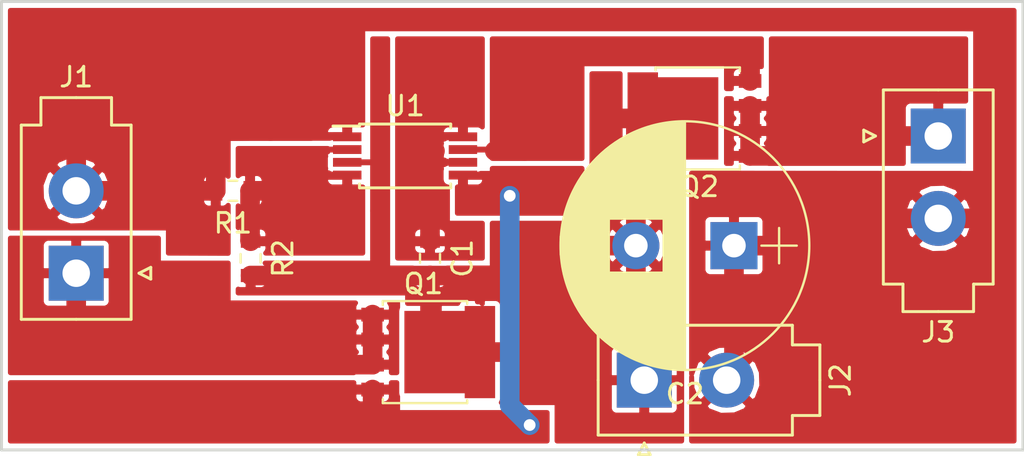
<source format=kicad_pcb>
(kicad_pcb (version 4) (host pcbnew 4.0.7-e2-6376~58~ubuntu16.04.1)

  (general
    (links 52)
    (no_connects 6)
    (area 116.764999 67.488999 168.985001 90.943001)
    (thickness 1.6)
    (drawings 4)
    (tracks 93)
    (zones 0)
    (modules 10)
    (nets 9)
  )

  (page A4)
  (layers
    (0 F.Cu signal)
    (31 B.Cu signal)
    (32 B.Adhes user)
    (33 F.Adhes user)
    (34 B.Paste user)
    (35 F.Paste user)
    (36 B.SilkS user)
    (37 F.SilkS user)
    (38 B.Mask user)
    (39 F.Mask user)
    (40 Dwgs.User user)
    (41 Cmts.User user)
    (42 Eco1.User user)
    (43 Eco2.User user)
    (44 Edge.Cuts user)
    (45 Margin user)
    (46 B.CrtYd user)
    (47 F.CrtYd user)
    (48 B.Fab user)
    (49 F.Fab user)
  )

  (setup
    (last_trace_width 1)
    (trace_clearance 0.2)
    (zone_clearance 0.254)
    (zone_45_only no)
    (trace_min 0.2)
    (segment_width 0.2)
    (edge_width 0.15)
    (via_size 1)
    (via_drill 0.6)
    (via_min_size 0.4)
    (via_min_drill 0.3)
    (uvia_size 0.3)
    (uvia_drill 0.1)
    (uvias_allowed no)
    (uvia_min_size 0.2)
    (uvia_min_drill 0.1)
    (pcb_text_width 0.3)
    (pcb_text_size 1.5 1.5)
    (mod_edge_width 0.15)
    (mod_text_size 1 1)
    (mod_text_width 0.15)
    (pad_size 1.524 1.524)
    (pad_drill 0.762)
    (pad_to_mask_clearance 0.2)
    (aux_axis_origin 0 0)
    (visible_elements FFFFEF7F)
    (pcbplotparams
      (layerselection 0x01000_00000001)
      (usegerberextensions false)
      (excludeedgelayer true)
      (linewidth 0.100000)
      (plotframeref false)
      (viasonmask false)
      (mode 1)
      (useauxorigin false)
      (hpglpennumber 1)
      (hpglpenspeed 20)
      (hpglpendiameter 15)
      (hpglpenoverlay 2)
      (psnegative false)
      (psa4output false)
      (plotreference true)
      (plotvalue true)
      (plotinvisibletext false)
      (padsonsilk false)
      (subtractmaskfromsilk false)
      (outputformat 1)
      (mirror false)
      (drillshape 0)
      (scaleselection 1)
      (outputdirectory Gerber/))
  )

  (net 0 "")
  (net 1 "Net-(C1-Pad1)")
  (net 2 GND)
  (net 3 "Net-(C2-Pad1)")
  (net 4 "Net-(Q2-Pad4)")
  (net 5 "Net-(R1-Pad1)")
  (net 6 "Net-(J3-Pad1)")
  (net 7 "Net-(J1-Pad1)")
  (net 8 "Net-(Q1-Pad4)")

  (net_class Default "This is the default net class."
    (clearance 0.2)
    (trace_width 1)
    (via_dia 1)
    (via_drill 0.6)
    (uvia_dia 0.3)
    (uvia_drill 0.1)
    (add_net GND)
    (add_net "Net-(C1-Pad1)")
    (add_net "Net-(C2-Pad1)")
    (add_net "Net-(J1-Pad1)")
    (add_net "Net-(J3-Pad1)")
    (add_net "Net-(Q1-Pad4)")
    (add_net "Net-(Q2-Pad4)")
    (add_net "Net-(R1-Pad1)")
  )

  (module correct_molex:Molex_MiniFit-JR-5556-02A_2x01x4.20mm_Straight (layer F.Cu) (tedit 589BA64B) (tstamp 5A70FD6E)
    (at 164.592 74.422)
    (descr "Molex Mini-Fit JR, PN:5556-02A, dual row, top entry type, through hole")
    (tags "connector molex mini-fit 5556")
    (path /5A70F4AC)
    (fp_text reference J3 (at 0 10) (layer F.SilkS)
      (effects (font (size 1 1) (thickness 0.15)))
    )
    (fp_text value Batt_IN (at 0 -4) (layer F.Fab)
      (effects (font (size 1 1) (thickness 0.15)))
    )
    (fp_line (start -2.7 -2.25) (end -2.7 7.45) (layer F.Fab) (width 0.05))
    (fp_line (start -2.7 7.45) (end 2.7 7.45) (layer F.Fab) (width 0.05))
    (fp_line (start 2.7 7.45) (end 2.7 -2.25) (layer F.Fab) (width 0.05))
    (fp_line (start 2.7 -2.25) (end -2.7 -2.25) (layer F.Fab) (width 0.05))
    (fp_line (start -1.7 7.45) (end -1.7 8.85) (layer F.Fab) (width 0.05))
    (fp_line (start -1.7 8.85) (end 1.7 8.85) (layer F.Fab) (width 0.05))
    (fp_line (start 1.7 8.85) (end 1.7 7.45) (layer F.Fab) (width 0.05))
    (fp_line (start -1.75 -1.75) (end -1.75 1.75) (layer F.Fab) (width 0.05))
    (fp_line (start -1.75 1.75) (end 1.75 1.75) (layer F.Fab) (width 0.05))
    (fp_line (start 1.75 1.75) (end 1.75 -1.75) (layer F.Fab) (width 0.05))
    (fp_line (start 1.75 -1.75) (end -1.75 -1.75) (layer F.Fab) (width 0.05))
    (fp_line (start -1.75 5.95) (end -1.75 3.325) (layer F.Fab) (width 0.05))
    (fp_line (start -1.75 3.325) (end -0.875 2.45) (layer F.Fab) (width 0.05))
    (fp_line (start -0.875 2.45) (end 0.875 2.45) (layer F.Fab) (width 0.05))
    (fp_line (start 0.875 2.45) (end 1.75 3.325) (layer F.Fab) (width 0.05))
    (fp_line (start 1.75 3.325) (end 1.75 5.95) (layer F.Fab) (width 0.05))
    (fp_line (start 1.75 5.95) (end -1.75 5.95) (layer F.Fab) (width 0.05))
    (fp_line (start 0 -2.35) (end -2.8 -2.35) (layer F.SilkS) (width 0.15))
    (fp_line (start -2.8 -2.35) (end -2.8 7.55) (layer F.SilkS) (width 0.15))
    (fp_line (start -2.8 7.55) (end -1.8 7.55) (layer F.SilkS) (width 0.15))
    (fp_line (start -1.8 7.55) (end -1.8 8.95) (layer F.SilkS) (width 0.15))
    (fp_line (start -1.8 8.95) (end 0 8.95) (layer F.SilkS) (width 0.15))
    (fp_line (start 0 -2.35) (end 2.8 -2.35) (layer F.SilkS) (width 0.15))
    (fp_line (start 2.8 -2.35) (end 2.8 7.55) (layer F.SilkS) (width 0.15))
    (fp_line (start 2.8 7.55) (end 1.8 7.55) (layer F.SilkS) (width 0.15))
    (fp_line (start 1.8 7.55) (end 1.8 8.95) (layer F.SilkS) (width 0.15))
    (fp_line (start 1.8 8.95) (end 0 8.95) (layer F.SilkS) (width 0.15))
    (fp_line (start -3.2 0) (end -3.8 0.3) (layer F.SilkS) (width 0.15))
    (fp_line (start -3.8 0.3) (end -3.8 -0.3) (layer F.SilkS) (width 0.15))
    (fp_line (start -3.8 -0.3) (end -3.2 0) (layer F.SilkS) (width 0.15))
    (fp_line (start -3.2 -2.75) (end -3.2 9.3) (layer F.CrtYd) (width 0.05))
    (fp_line (start -3.2 9.3) (end 3.2 9.3) (layer F.CrtYd) (width 0.05))
    (fp_line (start 3.2 9.3) (end 3.2 -2.75) (layer F.CrtYd) (width 0.05))
    (fp_line (start 3.2 -2.75) (end -3.2 -2.75) (layer F.CrtYd) (width 0.05))
    (pad 1 thru_hole rect (at 0 0) (size 2.8 2.8) (drill 1.4) (layers *.Cu *.Mask)
      (net 6 "Net-(J3-Pad1)"))
    (pad 2 thru_hole circle (at 0 4.2) (size 2.8 2.8) (drill 1.4) (layers *.Cu *.Mask)
      (net 3 "Net-(C2-Pad1)"))
    (model C:/Users/BB/Documents/GrabCAD/SUPERBall/SuperBall_V2/Electronics/KiCAD_models/minifit_jr_vert_2.wrl
      (at (xyz 0 0 0))
      (scale (xyz 0.4 0.4 0.4))
      (rotate (xyz 0 0 0))
    )
  )

  (module Capacitor_SMD:C_0603_1608Metric (layer F.Cu) (tedit 59FE48B8) (tstamp 5A70FD56)
    (at 138.684 80.659 270)
    (descr "Capacitor SMD 0603 (1608 Metric), square (rectangular) end terminal, IPC_7351 nominal, (Body size source: http://www.tortai-tech.com/upload/download/2011102023233369053.pdf), generated with kicad-footprint-generator")
    (tags capacitor)
    (path /5A70FAFE)
    (attr smd)
    (fp_text reference C1 (at 0 -1.65 270) (layer F.SilkS)
      (effects (font (size 1 1) (thickness 0.15)))
    )
    (fp_text value 0.1uF (at 0 1.65 270) (layer F.Fab)
      (effects (font (size 1 1) (thickness 0.15)))
    )
    (fp_line (start -0.8 0.4) (end -0.8 -0.4) (layer F.Fab) (width 0.1))
    (fp_line (start -0.8 -0.4) (end 0.8 -0.4) (layer F.Fab) (width 0.1))
    (fp_line (start 0.8 -0.4) (end 0.8 0.4) (layer F.Fab) (width 0.1))
    (fp_line (start 0.8 0.4) (end -0.8 0.4) (layer F.Fab) (width 0.1))
    (fp_line (start -0.22 -0.51) (end 0.22 -0.51) (layer F.SilkS) (width 0.12))
    (fp_line (start -0.22 0.51) (end 0.22 0.51) (layer F.SilkS) (width 0.12))
    (fp_line (start -1.46 0.75) (end -1.46 -0.75) (layer F.CrtYd) (width 0.05))
    (fp_line (start -1.46 -0.75) (end 1.46 -0.75) (layer F.CrtYd) (width 0.05))
    (fp_line (start 1.46 -0.75) (end 1.46 0.75) (layer F.CrtYd) (width 0.05))
    (fp_line (start 1.46 0.75) (end -1.46 0.75) (layer F.CrtYd) (width 0.05))
    (fp_text user %R (at 0 0 270) (layer F.Fab)
      (effects (font (size 0.5 0.5) (thickness 0.08)))
    )
    (pad 1 smd rect (at -0.875 0 270) (size 0.67 1) (layers F.Cu F.Paste F.Mask)
      (net 1 "Net-(C1-Pad1)"))
    (pad 2 smd rect (at 0.875 0 270) (size 0.67 1) (layers F.Cu F.Paste F.Mask)
      (net 2 GND))
    (model ${KISYS3DMOD}/Capacitor_SMD.3dshapes/C_0603_1608Metric.wrl
      (at (xyz 0 0 0))
      (scale (xyz 1 1 1))
      (rotate (xyz 0 0 0))
    )
  )

  (module Capacitors_THT:CP_Radial_D12.5mm_P5.00mm (layer F.Cu) (tedit 597BC7C2) (tstamp 5A70FD5C)
    (at 154.178 80.01 180)
    (descr "CP, Radial series, Radial, pin pitch=5.00mm, , diameter=12.5mm, Electrolytic Capacitor")
    (tags "CP Radial series Radial pin pitch 5.00mm  diameter 12.5mm Electrolytic Capacitor")
    (path /5A710088)
    (fp_text reference C2 (at 2.5 -7.56 180) (layer F.SilkS)
      (effects (font (size 1 1) (thickness 0.15)))
    )
    (fp_text value CP1 (at 2.5 7.56 180) (layer F.Fab)
      (effects (font (size 1 1) (thickness 0.15)))
    )
    (fp_circle (center 2.5 0) (end 8.75 0) (layer F.Fab) (width 0.1))
    (fp_circle (center 2.5 0) (end 8.84 0) (layer F.SilkS) (width 0.12))
    (fp_line (start -3.2 0) (end -1.4 0) (layer F.Fab) (width 0.1))
    (fp_line (start -2.3 -0.9) (end -2.3 0.9) (layer F.Fab) (width 0.1))
    (fp_line (start 2.5 -6.3) (end 2.5 6.3) (layer F.SilkS) (width 0.12))
    (fp_line (start 2.54 -6.3) (end 2.54 6.3) (layer F.SilkS) (width 0.12))
    (fp_line (start 2.58 -6.3) (end 2.58 6.3) (layer F.SilkS) (width 0.12))
    (fp_line (start 2.62 -6.299) (end 2.62 6.299) (layer F.SilkS) (width 0.12))
    (fp_line (start 2.66 -6.298) (end 2.66 6.298) (layer F.SilkS) (width 0.12))
    (fp_line (start 2.7 -6.297) (end 2.7 6.297) (layer F.SilkS) (width 0.12))
    (fp_line (start 2.74 -6.296) (end 2.74 6.296) (layer F.SilkS) (width 0.12))
    (fp_line (start 2.78 -6.294) (end 2.78 6.294) (layer F.SilkS) (width 0.12))
    (fp_line (start 2.82 -6.292) (end 2.82 6.292) (layer F.SilkS) (width 0.12))
    (fp_line (start 2.86 -6.29) (end 2.86 6.29) (layer F.SilkS) (width 0.12))
    (fp_line (start 2.9 -6.288) (end 2.9 6.288) (layer F.SilkS) (width 0.12))
    (fp_line (start 2.94 -6.285) (end 2.94 6.285) (layer F.SilkS) (width 0.12))
    (fp_line (start 2.98 -6.282) (end 2.98 6.282) (layer F.SilkS) (width 0.12))
    (fp_line (start 3.02 -6.279) (end 3.02 6.279) (layer F.SilkS) (width 0.12))
    (fp_line (start 3.06 -6.276) (end 3.06 6.276) (layer F.SilkS) (width 0.12))
    (fp_line (start 3.1 -6.272) (end 3.1 6.272) (layer F.SilkS) (width 0.12))
    (fp_line (start 3.14 -6.268) (end 3.14 6.268) (layer F.SilkS) (width 0.12))
    (fp_line (start 3.18 -6.264) (end 3.18 6.264) (layer F.SilkS) (width 0.12))
    (fp_line (start 3.221 -6.259) (end 3.221 6.259) (layer F.SilkS) (width 0.12))
    (fp_line (start 3.261 -6.255) (end 3.261 6.255) (layer F.SilkS) (width 0.12))
    (fp_line (start 3.301 -6.25) (end 3.301 6.25) (layer F.SilkS) (width 0.12))
    (fp_line (start 3.341 -6.245) (end 3.341 6.245) (layer F.SilkS) (width 0.12))
    (fp_line (start 3.381 -6.239) (end 3.381 6.239) (layer F.SilkS) (width 0.12))
    (fp_line (start 3.421 -6.233) (end 3.421 6.233) (layer F.SilkS) (width 0.12))
    (fp_line (start 3.461 -6.227) (end 3.461 6.227) (layer F.SilkS) (width 0.12))
    (fp_line (start 3.501 -6.221) (end 3.501 6.221) (layer F.SilkS) (width 0.12))
    (fp_line (start 3.541 -6.215) (end 3.541 6.215) (layer F.SilkS) (width 0.12))
    (fp_line (start 3.581 -6.208) (end 3.581 6.208) (layer F.SilkS) (width 0.12))
    (fp_line (start 3.621 -6.201) (end 3.621 -1.38) (layer F.SilkS) (width 0.12))
    (fp_line (start 3.621 1.38) (end 3.621 6.201) (layer F.SilkS) (width 0.12))
    (fp_line (start 3.661 -6.193) (end 3.661 -1.38) (layer F.SilkS) (width 0.12))
    (fp_line (start 3.661 1.38) (end 3.661 6.193) (layer F.SilkS) (width 0.12))
    (fp_line (start 3.701 -6.186) (end 3.701 -1.38) (layer F.SilkS) (width 0.12))
    (fp_line (start 3.701 1.38) (end 3.701 6.186) (layer F.SilkS) (width 0.12))
    (fp_line (start 3.741 -6.178) (end 3.741 -1.38) (layer F.SilkS) (width 0.12))
    (fp_line (start 3.741 1.38) (end 3.741 6.178) (layer F.SilkS) (width 0.12))
    (fp_line (start 3.781 -6.17) (end 3.781 -1.38) (layer F.SilkS) (width 0.12))
    (fp_line (start 3.781 1.38) (end 3.781 6.17) (layer F.SilkS) (width 0.12))
    (fp_line (start 3.821 -6.162) (end 3.821 -1.38) (layer F.SilkS) (width 0.12))
    (fp_line (start 3.821 1.38) (end 3.821 6.162) (layer F.SilkS) (width 0.12))
    (fp_line (start 3.861 -6.153) (end 3.861 -1.38) (layer F.SilkS) (width 0.12))
    (fp_line (start 3.861 1.38) (end 3.861 6.153) (layer F.SilkS) (width 0.12))
    (fp_line (start 3.901 -6.144) (end 3.901 -1.38) (layer F.SilkS) (width 0.12))
    (fp_line (start 3.901 1.38) (end 3.901 6.144) (layer F.SilkS) (width 0.12))
    (fp_line (start 3.941 -6.135) (end 3.941 -1.38) (layer F.SilkS) (width 0.12))
    (fp_line (start 3.941 1.38) (end 3.941 6.135) (layer F.SilkS) (width 0.12))
    (fp_line (start 3.981 -6.125) (end 3.981 -1.38) (layer F.SilkS) (width 0.12))
    (fp_line (start 3.981 1.38) (end 3.981 6.125) (layer F.SilkS) (width 0.12))
    (fp_line (start 4.021 -6.116) (end 4.021 -1.38) (layer F.SilkS) (width 0.12))
    (fp_line (start 4.021 1.38) (end 4.021 6.116) (layer F.SilkS) (width 0.12))
    (fp_line (start 4.061 -6.106) (end 4.061 -1.38) (layer F.SilkS) (width 0.12))
    (fp_line (start 4.061 1.38) (end 4.061 6.106) (layer F.SilkS) (width 0.12))
    (fp_line (start 4.101 -6.095) (end 4.101 -1.38) (layer F.SilkS) (width 0.12))
    (fp_line (start 4.101 1.38) (end 4.101 6.095) (layer F.SilkS) (width 0.12))
    (fp_line (start 4.141 -6.085) (end 4.141 -1.38) (layer F.SilkS) (width 0.12))
    (fp_line (start 4.141 1.38) (end 4.141 6.085) (layer F.SilkS) (width 0.12))
    (fp_line (start 4.181 -6.074) (end 4.181 -1.38) (layer F.SilkS) (width 0.12))
    (fp_line (start 4.181 1.38) (end 4.181 6.074) (layer F.SilkS) (width 0.12))
    (fp_line (start 4.221 -6.063) (end 4.221 -1.38) (layer F.SilkS) (width 0.12))
    (fp_line (start 4.221 1.38) (end 4.221 6.063) (layer F.SilkS) (width 0.12))
    (fp_line (start 4.261 -6.051) (end 4.261 -1.38) (layer F.SilkS) (width 0.12))
    (fp_line (start 4.261 1.38) (end 4.261 6.051) (layer F.SilkS) (width 0.12))
    (fp_line (start 4.301 -6.04) (end 4.301 -1.38) (layer F.SilkS) (width 0.12))
    (fp_line (start 4.301 1.38) (end 4.301 6.04) (layer F.SilkS) (width 0.12))
    (fp_line (start 4.341 -6.028) (end 4.341 -1.38) (layer F.SilkS) (width 0.12))
    (fp_line (start 4.341 1.38) (end 4.341 6.028) (layer F.SilkS) (width 0.12))
    (fp_line (start 4.381 -6.015) (end 4.381 -1.38) (layer F.SilkS) (width 0.12))
    (fp_line (start 4.381 1.38) (end 4.381 6.015) (layer F.SilkS) (width 0.12))
    (fp_line (start 4.421 -6.003) (end 4.421 -1.38) (layer F.SilkS) (width 0.12))
    (fp_line (start 4.421 1.38) (end 4.421 6.003) (layer F.SilkS) (width 0.12))
    (fp_line (start 4.461 -5.99) (end 4.461 -1.38) (layer F.SilkS) (width 0.12))
    (fp_line (start 4.461 1.38) (end 4.461 5.99) (layer F.SilkS) (width 0.12))
    (fp_line (start 4.501 -5.977) (end 4.501 -1.38) (layer F.SilkS) (width 0.12))
    (fp_line (start 4.501 1.38) (end 4.501 5.977) (layer F.SilkS) (width 0.12))
    (fp_line (start 4.541 -5.963) (end 4.541 -1.38) (layer F.SilkS) (width 0.12))
    (fp_line (start 4.541 1.38) (end 4.541 5.963) (layer F.SilkS) (width 0.12))
    (fp_line (start 4.581 -5.95) (end 4.581 -1.38) (layer F.SilkS) (width 0.12))
    (fp_line (start 4.581 1.38) (end 4.581 5.95) (layer F.SilkS) (width 0.12))
    (fp_line (start 4.621 -5.936) (end 4.621 -1.38) (layer F.SilkS) (width 0.12))
    (fp_line (start 4.621 1.38) (end 4.621 5.936) (layer F.SilkS) (width 0.12))
    (fp_line (start 4.661 -5.921) (end 4.661 -1.38) (layer F.SilkS) (width 0.12))
    (fp_line (start 4.661 1.38) (end 4.661 5.921) (layer F.SilkS) (width 0.12))
    (fp_line (start 4.701 -5.907) (end 4.701 -1.38) (layer F.SilkS) (width 0.12))
    (fp_line (start 4.701 1.38) (end 4.701 5.907) (layer F.SilkS) (width 0.12))
    (fp_line (start 4.741 -5.892) (end 4.741 -1.38) (layer F.SilkS) (width 0.12))
    (fp_line (start 4.741 1.38) (end 4.741 5.892) (layer F.SilkS) (width 0.12))
    (fp_line (start 4.781 -5.876) (end 4.781 -1.38) (layer F.SilkS) (width 0.12))
    (fp_line (start 4.781 1.38) (end 4.781 5.876) (layer F.SilkS) (width 0.12))
    (fp_line (start 4.821 -5.861) (end 4.821 -1.38) (layer F.SilkS) (width 0.12))
    (fp_line (start 4.821 1.38) (end 4.821 5.861) (layer F.SilkS) (width 0.12))
    (fp_line (start 4.861 -5.845) (end 4.861 -1.38) (layer F.SilkS) (width 0.12))
    (fp_line (start 4.861 1.38) (end 4.861 5.845) (layer F.SilkS) (width 0.12))
    (fp_line (start 4.901 -5.829) (end 4.901 -1.38) (layer F.SilkS) (width 0.12))
    (fp_line (start 4.901 1.38) (end 4.901 5.829) (layer F.SilkS) (width 0.12))
    (fp_line (start 4.941 -5.812) (end 4.941 -1.38) (layer F.SilkS) (width 0.12))
    (fp_line (start 4.941 1.38) (end 4.941 5.812) (layer F.SilkS) (width 0.12))
    (fp_line (start 4.981 -5.795) (end 4.981 -1.38) (layer F.SilkS) (width 0.12))
    (fp_line (start 4.981 1.38) (end 4.981 5.795) (layer F.SilkS) (width 0.12))
    (fp_line (start 5.021 -5.778) (end 5.021 -1.38) (layer F.SilkS) (width 0.12))
    (fp_line (start 5.021 1.38) (end 5.021 5.778) (layer F.SilkS) (width 0.12))
    (fp_line (start 5.061 -5.761) (end 5.061 -1.38) (layer F.SilkS) (width 0.12))
    (fp_line (start 5.061 1.38) (end 5.061 5.761) (layer F.SilkS) (width 0.12))
    (fp_line (start 5.101 -5.743) (end 5.101 -1.38) (layer F.SilkS) (width 0.12))
    (fp_line (start 5.101 1.38) (end 5.101 5.743) (layer F.SilkS) (width 0.12))
    (fp_line (start 5.141 -5.725) (end 5.141 -1.38) (layer F.SilkS) (width 0.12))
    (fp_line (start 5.141 1.38) (end 5.141 5.725) (layer F.SilkS) (width 0.12))
    (fp_line (start 5.181 -5.706) (end 5.181 -1.38) (layer F.SilkS) (width 0.12))
    (fp_line (start 5.181 1.38) (end 5.181 5.706) (layer F.SilkS) (width 0.12))
    (fp_line (start 5.221 -5.687) (end 5.221 -1.38) (layer F.SilkS) (width 0.12))
    (fp_line (start 5.221 1.38) (end 5.221 5.687) (layer F.SilkS) (width 0.12))
    (fp_line (start 5.261 -5.668) (end 5.261 -1.38) (layer F.SilkS) (width 0.12))
    (fp_line (start 5.261 1.38) (end 5.261 5.668) (layer F.SilkS) (width 0.12))
    (fp_line (start 5.301 -5.649) (end 5.301 -1.38) (layer F.SilkS) (width 0.12))
    (fp_line (start 5.301 1.38) (end 5.301 5.649) (layer F.SilkS) (width 0.12))
    (fp_line (start 5.341 -5.629) (end 5.341 -1.38) (layer F.SilkS) (width 0.12))
    (fp_line (start 5.341 1.38) (end 5.341 5.629) (layer F.SilkS) (width 0.12))
    (fp_line (start 5.381 -5.609) (end 5.381 -1.38) (layer F.SilkS) (width 0.12))
    (fp_line (start 5.381 1.38) (end 5.381 5.609) (layer F.SilkS) (width 0.12))
    (fp_line (start 5.421 -5.588) (end 5.421 -1.38) (layer F.SilkS) (width 0.12))
    (fp_line (start 5.421 1.38) (end 5.421 5.588) (layer F.SilkS) (width 0.12))
    (fp_line (start 5.461 -5.567) (end 5.461 -1.38) (layer F.SilkS) (width 0.12))
    (fp_line (start 5.461 1.38) (end 5.461 5.567) (layer F.SilkS) (width 0.12))
    (fp_line (start 5.501 -5.546) (end 5.501 -1.38) (layer F.SilkS) (width 0.12))
    (fp_line (start 5.501 1.38) (end 5.501 5.546) (layer F.SilkS) (width 0.12))
    (fp_line (start 5.541 -5.524) (end 5.541 -1.38) (layer F.SilkS) (width 0.12))
    (fp_line (start 5.541 1.38) (end 5.541 5.524) (layer F.SilkS) (width 0.12))
    (fp_line (start 5.581 -5.502) (end 5.581 -1.38) (layer F.SilkS) (width 0.12))
    (fp_line (start 5.581 1.38) (end 5.581 5.502) (layer F.SilkS) (width 0.12))
    (fp_line (start 5.621 -5.48) (end 5.621 -1.38) (layer F.SilkS) (width 0.12))
    (fp_line (start 5.621 1.38) (end 5.621 5.48) (layer F.SilkS) (width 0.12))
    (fp_line (start 5.661 -5.457) (end 5.661 -1.38) (layer F.SilkS) (width 0.12))
    (fp_line (start 5.661 1.38) (end 5.661 5.457) (layer F.SilkS) (width 0.12))
    (fp_line (start 5.701 -5.434) (end 5.701 -1.38) (layer F.SilkS) (width 0.12))
    (fp_line (start 5.701 1.38) (end 5.701 5.434) (layer F.SilkS) (width 0.12))
    (fp_line (start 5.741 -5.41) (end 5.741 -1.38) (layer F.SilkS) (width 0.12))
    (fp_line (start 5.741 1.38) (end 5.741 5.41) (layer F.SilkS) (width 0.12))
    (fp_line (start 5.781 -5.386) (end 5.781 -1.38) (layer F.SilkS) (width 0.12))
    (fp_line (start 5.781 1.38) (end 5.781 5.386) (layer F.SilkS) (width 0.12))
    (fp_line (start 5.821 -5.362) (end 5.821 -1.38) (layer F.SilkS) (width 0.12))
    (fp_line (start 5.821 1.38) (end 5.821 5.362) (layer F.SilkS) (width 0.12))
    (fp_line (start 5.861 -5.337) (end 5.861 -1.38) (layer F.SilkS) (width 0.12))
    (fp_line (start 5.861 1.38) (end 5.861 5.337) (layer F.SilkS) (width 0.12))
    (fp_line (start 5.901 -5.312) (end 5.901 -1.38) (layer F.SilkS) (width 0.12))
    (fp_line (start 5.901 1.38) (end 5.901 5.312) (layer F.SilkS) (width 0.12))
    (fp_line (start 5.941 -5.286) (end 5.941 -1.38) (layer F.SilkS) (width 0.12))
    (fp_line (start 5.941 1.38) (end 5.941 5.286) (layer F.SilkS) (width 0.12))
    (fp_line (start 5.981 -5.26) (end 5.981 -1.38) (layer F.SilkS) (width 0.12))
    (fp_line (start 5.981 1.38) (end 5.981 5.26) (layer F.SilkS) (width 0.12))
    (fp_line (start 6.021 -5.234) (end 6.021 -1.38) (layer F.SilkS) (width 0.12))
    (fp_line (start 6.021 1.38) (end 6.021 5.234) (layer F.SilkS) (width 0.12))
    (fp_line (start 6.061 -5.207) (end 6.061 -1.38) (layer F.SilkS) (width 0.12))
    (fp_line (start 6.061 1.38) (end 6.061 5.207) (layer F.SilkS) (width 0.12))
    (fp_line (start 6.101 -5.179) (end 6.101 -1.38) (layer F.SilkS) (width 0.12))
    (fp_line (start 6.101 1.38) (end 6.101 5.179) (layer F.SilkS) (width 0.12))
    (fp_line (start 6.141 -5.151) (end 6.141 -1.38) (layer F.SilkS) (width 0.12))
    (fp_line (start 6.141 1.38) (end 6.141 5.151) (layer F.SilkS) (width 0.12))
    (fp_line (start 6.181 -5.123) (end 6.181 -1.38) (layer F.SilkS) (width 0.12))
    (fp_line (start 6.181 1.38) (end 6.181 5.123) (layer F.SilkS) (width 0.12))
    (fp_line (start 6.221 -5.094) (end 6.221 -1.38) (layer F.SilkS) (width 0.12))
    (fp_line (start 6.221 1.38) (end 6.221 5.094) (layer F.SilkS) (width 0.12))
    (fp_line (start 6.261 -5.065) (end 6.261 -1.38) (layer F.SilkS) (width 0.12))
    (fp_line (start 6.261 1.38) (end 6.261 5.065) (layer F.SilkS) (width 0.12))
    (fp_line (start 6.301 -5.035) (end 6.301 -1.38) (layer F.SilkS) (width 0.12))
    (fp_line (start 6.301 1.38) (end 6.301 5.035) (layer F.SilkS) (width 0.12))
    (fp_line (start 6.341 -5.005) (end 6.341 -1.38) (layer F.SilkS) (width 0.12))
    (fp_line (start 6.341 1.38) (end 6.341 5.005) (layer F.SilkS) (width 0.12))
    (fp_line (start 6.381 -4.975) (end 6.381 4.975) (layer F.SilkS) (width 0.12))
    (fp_line (start 6.421 -4.943) (end 6.421 4.943) (layer F.SilkS) (width 0.12))
    (fp_line (start 6.461 -4.912) (end 6.461 4.912) (layer F.SilkS) (width 0.12))
    (fp_line (start 6.501 -4.879) (end 6.501 4.879) (layer F.SilkS) (width 0.12))
    (fp_line (start 6.541 -4.847) (end 6.541 4.847) (layer F.SilkS) (width 0.12))
    (fp_line (start 6.581 -4.813) (end 6.581 4.813) (layer F.SilkS) (width 0.12))
    (fp_line (start 6.621 -4.779) (end 6.621 4.779) (layer F.SilkS) (width 0.12))
    (fp_line (start 6.661 -4.745) (end 6.661 4.745) (layer F.SilkS) (width 0.12))
    (fp_line (start 6.701 -4.71) (end 6.701 4.71) (layer F.SilkS) (width 0.12))
    (fp_line (start 6.741 -4.674) (end 6.741 4.674) (layer F.SilkS) (width 0.12))
    (fp_line (start 6.781 -4.638) (end 6.781 4.638) (layer F.SilkS) (width 0.12))
    (fp_line (start 6.821 -4.601) (end 6.821 4.601) (layer F.SilkS) (width 0.12))
    (fp_line (start 6.861 -4.563) (end 6.861 4.563) (layer F.SilkS) (width 0.12))
    (fp_line (start 6.901 -4.525) (end 6.901 4.525) (layer F.SilkS) (width 0.12))
    (fp_line (start 6.941 -4.486) (end 6.941 4.486) (layer F.SilkS) (width 0.12))
    (fp_line (start 6.981 -4.447) (end 6.981 4.447) (layer F.SilkS) (width 0.12))
    (fp_line (start 7.021 -4.406) (end 7.021 4.406) (layer F.SilkS) (width 0.12))
    (fp_line (start 7.061 -4.365) (end 7.061 4.365) (layer F.SilkS) (width 0.12))
    (fp_line (start 7.101 -4.323) (end 7.101 4.323) (layer F.SilkS) (width 0.12))
    (fp_line (start 7.141 -4.281) (end 7.141 4.281) (layer F.SilkS) (width 0.12))
    (fp_line (start 7.181 -4.238) (end 7.181 4.238) (layer F.SilkS) (width 0.12))
    (fp_line (start 7.221 -4.193) (end 7.221 4.193) (layer F.SilkS) (width 0.12))
    (fp_line (start 7.261 -4.148) (end 7.261 4.148) (layer F.SilkS) (width 0.12))
    (fp_line (start 7.301 -4.102) (end 7.301 4.102) (layer F.SilkS) (width 0.12))
    (fp_line (start 7.341 -4.056) (end 7.341 4.056) (layer F.SilkS) (width 0.12))
    (fp_line (start 7.381 -4.008) (end 7.381 4.008) (layer F.SilkS) (width 0.12))
    (fp_line (start 7.421 -3.959) (end 7.421 3.959) (layer F.SilkS) (width 0.12))
    (fp_line (start 7.461 -3.909) (end 7.461 3.909) (layer F.SilkS) (width 0.12))
    (fp_line (start 7.501 -3.859) (end 7.501 3.859) (layer F.SilkS) (width 0.12))
    (fp_line (start 7.541 -3.807) (end 7.541 3.807) (layer F.SilkS) (width 0.12))
    (fp_line (start 7.581 -3.754) (end 7.581 3.754) (layer F.SilkS) (width 0.12))
    (fp_line (start 7.621 -3.7) (end 7.621 3.7) (layer F.SilkS) (width 0.12))
    (fp_line (start 7.661 -3.644) (end 7.661 3.644) (layer F.SilkS) (width 0.12))
    (fp_line (start 7.701 -3.588) (end 7.701 3.588) (layer F.SilkS) (width 0.12))
    (fp_line (start 7.741 -3.53) (end 7.741 3.53) (layer F.SilkS) (width 0.12))
    (fp_line (start 7.781 -3.47) (end 7.781 3.47) (layer F.SilkS) (width 0.12))
    (fp_line (start 7.821 -3.409) (end 7.821 3.409) (layer F.SilkS) (width 0.12))
    (fp_line (start 7.861 -3.347) (end 7.861 3.347) (layer F.SilkS) (width 0.12))
    (fp_line (start 7.901 -3.282) (end 7.901 3.282) (layer F.SilkS) (width 0.12))
    (fp_line (start 7.941 -3.217) (end 7.941 3.217) (layer F.SilkS) (width 0.12))
    (fp_line (start 7.981 -3.149) (end 7.981 3.149) (layer F.SilkS) (width 0.12))
    (fp_line (start 8.021 -3.079) (end 8.021 3.079) (layer F.SilkS) (width 0.12))
    (fp_line (start 8.061 -3.007) (end 8.061 3.007) (layer F.SilkS) (width 0.12))
    (fp_line (start 8.101 -2.933) (end 8.101 2.933) (layer F.SilkS) (width 0.12))
    (fp_line (start 8.141 -2.856) (end 8.141 2.856) (layer F.SilkS) (width 0.12))
    (fp_line (start 8.181 -2.777) (end 8.181 2.777) (layer F.SilkS) (width 0.12))
    (fp_line (start 8.221 -2.695) (end 8.221 2.695) (layer F.SilkS) (width 0.12))
    (fp_line (start 8.261 -2.61) (end 8.261 2.61) (layer F.SilkS) (width 0.12))
    (fp_line (start 8.301 -2.521) (end 8.301 2.521) (layer F.SilkS) (width 0.12))
    (fp_line (start 8.341 -2.428) (end 8.341 2.428) (layer F.SilkS) (width 0.12))
    (fp_line (start 8.381 -2.331) (end 8.381 2.331) (layer F.SilkS) (width 0.12))
    (fp_line (start 8.421 -2.23) (end 8.421 2.23) (layer F.SilkS) (width 0.12))
    (fp_line (start 8.461 -2.122) (end 8.461 2.122) (layer F.SilkS) (width 0.12))
    (fp_line (start 8.501 -2.009) (end 8.501 2.009) (layer F.SilkS) (width 0.12))
    (fp_line (start 8.541 -1.888) (end 8.541 1.888) (layer F.SilkS) (width 0.12))
    (fp_line (start 8.581 -1.757) (end 8.581 1.757) (layer F.SilkS) (width 0.12))
    (fp_line (start 8.621 -1.616) (end 8.621 1.616) (layer F.SilkS) (width 0.12))
    (fp_line (start 8.661 -1.46) (end 8.661 1.46) (layer F.SilkS) (width 0.12))
    (fp_line (start 8.701 -1.285) (end 8.701 1.285) (layer F.SilkS) (width 0.12))
    (fp_line (start 8.741 -1.082) (end 8.741 1.082) (layer F.SilkS) (width 0.12))
    (fp_line (start 8.781 -0.831) (end 8.781 0.831) (layer F.SilkS) (width 0.12))
    (fp_line (start 8.821 -0.464) (end 8.821 0.464) (layer F.SilkS) (width 0.12))
    (fp_line (start -3.2 0) (end -1.4 0) (layer F.SilkS) (width 0.12))
    (fp_line (start -2.3 -0.9) (end -2.3 0.9) (layer F.SilkS) (width 0.12))
    (fp_line (start -4.1 -6.6) (end -4.1 6.6) (layer F.CrtYd) (width 0.05))
    (fp_line (start -4.1 6.6) (end 9.1 6.6) (layer F.CrtYd) (width 0.05))
    (fp_line (start 9.1 6.6) (end 9.1 -6.6) (layer F.CrtYd) (width 0.05))
    (fp_line (start 9.1 -6.6) (end -4.1 -6.6) (layer F.CrtYd) (width 0.05))
    (fp_text user %R (at 2.5 0 180) (layer F.Fab)
      (effects (font (size 1 1) (thickness 0.15)))
    )
    (pad 1 thru_hole rect (at 0 0 180) (size 2.4 2.4) (drill 1.2) (layers *.Cu *.Mask)
      (net 3 "Net-(C2-Pad1)"))
    (pad 2 thru_hole circle (at 5 0 180) (size 2.4 2.4) (drill 1.2) (layers *.Cu *.Mask)
      (net 2 GND))
    (model ${KISYS3DMOD}/Capacitors_THT.3dshapes/CP_Radial_D12.5mm_P5.00mm.wrl
      (at (xyz 0 0 0))
      (scale (xyz 1 1 1))
      (rotate (xyz 0 0 0))
    )
  )

  (module correct_molex:Molex_MiniFit-JR-5556-02A_2x01x4.20mm_Straight (layer F.Cu) (tedit 589BA64B) (tstamp 5A70FD62)
    (at 120.65 81.416 180)
    (descr "Molex Mini-Fit JR, PN:5556-02A, dual row, top entry type, through hole")
    (tags "connector molex mini-fit 5556")
    (path /5A70F3A1)
    (fp_text reference J1 (at 0 10 180) (layer F.SilkS)
      (effects (font (size 1 1) (thickness 0.15)))
    )
    (fp_text value Ext_IN (at 0 -4 180) (layer F.Fab)
      (effects (font (size 1 1) (thickness 0.15)))
    )
    (fp_line (start -2.7 -2.25) (end -2.7 7.45) (layer F.Fab) (width 0.05))
    (fp_line (start -2.7 7.45) (end 2.7 7.45) (layer F.Fab) (width 0.05))
    (fp_line (start 2.7 7.45) (end 2.7 -2.25) (layer F.Fab) (width 0.05))
    (fp_line (start 2.7 -2.25) (end -2.7 -2.25) (layer F.Fab) (width 0.05))
    (fp_line (start -1.7 7.45) (end -1.7 8.85) (layer F.Fab) (width 0.05))
    (fp_line (start -1.7 8.85) (end 1.7 8.85) (layer F.Fab) (width 0.05))
    (fp_line (start 1.7 8.85) (end 1.7 7.45) (layer F.Fab) (width 0.05))
    (fp_line (start -1.75 -1.75) (end -1.75 1.75) (layer F.Fab) (width 0.05))
    (fp_line (start -1.75 1.75) (end 1.75 1.75) (layer F.Fab) (width 0.05))
    (fp_line (start 1.75 1.75) (end 1.75 -1.75) (layer F.Fab) (width 0.05))
    (fp_line (start 1.75 -1.75) (end -1.75 -1.75) (layer F.Fab) (width 0.05))
    (fp_line (start -1.75 5.95) (end -1.75 3.325) (layer F.Fab) (width 0.05))
    (fp_line (start -1.75 3.325) (end -0.875 2.45) (layer F.Fab) (width 0.05))
    (fp_line (start -0.875 2.45) (end 0.875 2.45) (layer F.Fab) (width 0.05))
    (fp_line (start 0.875 2.45) (end 1.75 3.325) (layer F.Fab) (width 0.05))
    (fp_line (start 1.75 3.325) (end 1.75 5.95) (layer F.Fab) (width 0.05))
    (fp_line (start 1.75 5.95) (end -1.75 5.95) (layer F.Fab) (width 0.05))
    (fp_line (start 0 -2.35) (end -2.8 -2.35) (layer F.SilkS) (width 0.15))
    (fp_line (start -2.8 -2.35) (end -2.8 7.55) (layer F.SilkS) (width 0.15))
    (fp_line (start -2.8 7.55) (end -1.8 7.55) (layer F.SilkS) (width 0.15))
    (fp_line (start -1.8 7.55) (end -1.8 8.95) (layer F.SilkS) (width 0.15))
    (fp_line (start -1.8 8.95) (end 0 8.95) (layer F.SilkS) (width 0.15))
    (fp_line (start 0 -2.35) (end 2.8 -2.35) (layer F.SilkS) (width 0.15))
    (fp_line (start 2.8 -2.35) (end 2.8 7.55) (layer F.SilkS) (width 0.15))
    (fp_line (start 2.8 7.55) (end 1.8 7.55) (layer F.SilkS) (width 0.15))
    (fp_line (start 1.8 7.55) (end 1.8 8.95) (layer F.SilkS) (width 0.15))
    (fp_line (start 1.8 8.95) (end 0 8.95) (layer F.SilkS) (width 0.15))
    (fp_line (start -3.2 0) (end -3.8 0.3) (layer F.SilkS) (width 0.15))
    (fp_line (start -3.8 0.3) (end -3.8 -0.3) (layer F.SilkS) (width 0.15))
    (fp_line (start -3.8 -0.3) (end -3.2 0) (layer F.SilkS) (width 0.15))
    (fp_line (start -3.2 -2.75) (end -3.2 9.3) (layer F.CrtYd) (width 0.05))
    (fp_line (start -3.2 9.3) (end 3.2 9.3) (layer F.CrtYd) (width 0.05))
    (fp_line (start 3.2 9.3) (end 3.2 -2.75) (layer F.CrtYd) (width 0.05))
    (fp_line (start 3.2 -2.75) (end -3.2 -2.75) (layer F.CrtYd) (width 0.05))
    (pad 1 thru_hole rect (at 0 0 180) (size 2.8 2.8) (drill 1.4) (layers *.Cu *.Mask)
      (net 7 "Net-(J1-Pad1)"))
    (pad 2 thru_hole circle (at 0 4.2 180) (size 2.8 2.8) (drill 1.4) (layers *.Cu *.Mask)
      (net 3 "Net-(C2-Pad1)"))
    (model C:/Users/BB/Documents/GrabCAD/SUPERBall/SuperBall_V2/Electronics/KiCAD_models/minifit_jr_vert_2.wrl
      (at (xyz 0 0 0))
      (scale (xyz 0.4 0.4 0.4))
      (rotate (xyz 0 0 0))
    )
  )

  (module correct_molex:Molex_MiniFit-JR-5556-02A_2x01x4.20mm_Straight (layer F.Cu) (tedit 589BA64B) (tstamp 5A70FD68)
    (at 149.606 86.868 90)
    (descr "Molex Mini-Fit JR, PN:5556-02A, dual row, top entry type, through hole")
    (tags "connector molex mini-fit 5556")
    (path /5A70F5B7)
    (fp_text reference J2 (at 0 10 90) (layer F.SilkS)
      (effects (font (size 1 1) (thickness 0.15)))
    )
    (fp_text value OUT (at 0 -4 90) (layer F.Fab)
      (effects (font (size 1 1) (thickness 0.15)))
    )
    (fp_line (start -2.7 -2.25) (end -2.7 7.45) (layer F.Fab) (width 0.05))
    (fp_line (start -2.7 7.45) (end 2.7 7.45) (layer F.Fab) (width 0.05))
    (fp_line (start 2.7 7.45) (end 2.7 -2.25) (layer F.Fab) (width 0.05))
    (fp_line (start 2.7 -2.25) (end -2.7 -2.25) (layer F.Fab) (width 0.05))
    (fp_line (start -1.7 7.45) (end -1.7 8.85) (layer F.Fab) (width 0.05))
    (fp_line (start -1.7 8.85) (end 1.7 8.85) (layer F.Fab) (width 0.05))
    (fp_line (start 1.7 8.85) (end 1.7 7.45) (layer F.Fab) (width 0.05))
    (fp_line (start -1.75 -1.75) (end -1.75 1.75) (layer F.Fab) (width 0.05))
    (fp_line (start -1.75 1.75) (end 1.75 1.75) (layer F.Fab) (width 0.05))
    (fp_line (start 1.75 1.75) (end 1.75 -1.75) (layer F.Fab) (width 0.05))
    (fp_line (start 1.75 -1.75) (end -1.75 -1.75) (layer F.Fab) (width 0.05))
    (fp_line (start -1.75 5.95) (end -1.75 3.325) (layer F.Fab) (width 0.05))
    (fp_line (start -1.75 3.325) (end -0.875 2.45) (layer F.Fab) (width 0.05))
    (fp_line (start -0.875 2.45) (end 0.875 2.45) (layer F.Fab) (width 0.05))
    (fp_line (start 0.875 2.45) (end 1.75 3.325) (layer F.Fab) (width 0.05))
    (fp_line (start 1.75 3.325) (end 1.75 5.95) (layer F.Fab) (width 0.05))
    (fp_line (start 1.75 5.95) (end -1.75 5.95) (layer F.Fab) (width 0.05))
    (fp_line (start 0 -2.35) (end -2.8 -2.35) (layer F.SilkS) (width 0.15))
    (fp_line (start -2.8 -2.35) (end -2.8 7.55) (layer F.SilkS) (width 0.15))
    (fp_line (start -2.8 7.55) (end -1.8 7.55) (layer F.SilkS) (width 0.15))
    (fp_line (start -1.8 7.55) (end -1.8 8.95) (layer F.SilkS) (width 0.15))
    (fp_line (start -1.8 8.95) (end 0 8.95) (layer F.SilkS) (width 0.15))
    (fp_line (start 0 -2.35) (end 2.8 -2.35) (layer F.SilkS) (width 0.15))
    (fp_line (start 2.8 -2.35) (end 2.8 7.55) (layer F.SilkS) (width 0.15))
    (fp_line (start 2.8 7.55) (end 1.8 7.55) (layer F.SilkS) (width 0.15))
    (fp_line (start 1.8 7.55) (end 1.8 8.95) (layer F.SilkS) (width 0.15))
    (fp_line (start 1.8 8.95) (end 0 8.95) (layer F.SilkS) (width 0.15))
    (fp_line (start -3.2 0) (end -3.8 0.3) (layer F.SilkS) (width 0.15))
    (fp_line (start -3.8 0.3) (end -3.8 -0.3) (layer F.SilkS) (width 0.15))
    (fp_line (start -3.8 -0.3) (end -3.2 0) (layer F.SilkS) (width 0.15))
    (fp_line (start -3.2 -2.75) (end -3.2 9.3) (layer F.CrtYd) (width 0.05))
    (fp_line (start -3.2 9.3) (end 3.2 9.3) (layer F.CrtYd) (width 0.05))
    (fp_line (start 3.2 9.3) (end 3.2 -2.75) (layer F.CrtYd) (width 0.05))
    (fp_line (start 3.2 -2.75) (end -3.2 -2.75) (layer F.CrtYd) (width 0.05))
    (pad 1 thru_hole rect (at 0 0 90) (size 2.8 2.8) (drill 1.4) (layers *.Cu *.Mask)
      (net 2 GND))
    (pad 2 thru_hole circle (at 0 4.2 90) (size 2.8 2.8) (drill 1.4) (layers *.Cu *.Mask)
      (net 3 "Net-(C2-Pad1)"))
    (model C:/Users/BB/Documents/GrabCAD/SUPERBall/SuperBall_V2/Electronics/KiCAD_models/minifit_jr_vert_2.wrl
      (at (xyz 0 0 0))
      (scale (xyz 0.4 0.4 0.4))
      (rotate (xyz 0 0 0))
    )
  )

  (module Package_TO_SOT_SMD:SOT-669_LFPAK (layer F.Cu) (tedit 5A02FF57) (tstamp 5A70FD9C)
    (at 152.165 73.526 180)
    (descr "LFPAK www.nxp.com/documents/leaflet/939775016838_LR.pdf")
    (tags "LFPAK SOT-669 Power-SO8")
    (path /5A71031E)
    (solder_mask_margin 0.07)
    (solder_paste_margin -0.05)
    (attr smd)
    (fp_text reference Q2 (at -0.245 -3.48 180) (layer F.SilkS)
      (effects (font (size 1 1) (thickness 0.15)))
    )
    (fp_text value Batt_MOSFET (at -0.245 3.52 180) (layer F.Fab)
      (effects (font (size 1 1) (thickness 0.15)))
    )
    (fp_text user %R (at 0 0 270) (layer F.Fab)
      (effects (font (size 1 1) (thickness 0.15)))
    )
    (fp_line (start -2.315 2.4) (end -2.315 2.6) (layer F.SilkS) (width 0.12))
    (fp_line (start -2.315 2.6) (end 1.985 2.6) (layer F.SilkS) (width 0.12))
    (fp_line (start 1.985 2.6) (end 1.985 2.45) (layer F.SilkS) (width 0.12))
    (fp_line (start 1.985 -2.45) (end 1.985 -2.6) (layer F.SilkS) (width 0.12))
    (fp_line (start 1.985 -2.6) (end -2.315 -2.6) (layer F.SilkS) (width 0.12))
    (fp_line (start -2.315 -2.6) (end -2.315 -2.4) (layer F.SilkS) (width 0.12))
    (fp_line (start -2.215 1.7) (end -3.215 1.7) (layer F.Fab) (width 0.1))
    (fp_line (start -3.215 1.7) (end -3.215 2.15) (layer F.Fab) (width 0.1))
    (fp_line (start -3.215 2.15) (end -2.215 2.15) (layer F.Fab) (width 0.1))
    (fp_line (start -2.215 0.4) (end -3.215 0.4) (layer F.Fab) (width 0.1))
    (fp_line (start -3.215 0.4) (end -3.215 0.85) (layer F.Fab) (width 0.1))
    (fp_line (start -3.215 0.85) (end -2.215 0.85) (layer F.Fab) (width 0.1))
    (fp_line (start -2.215 -0.85) (end -3.215 -0.85) (layer F.Fab) (width 0.1))
    (fp_line (start -3.215 -0.85) (end -3.215 -0.4) (layer F.Fab) (width 0.1))
    (fp_line (start -3.215 -0.4) (end -2.215 -0.4) (layer F.Fab) (width 0.1))
    (fp_line (start -3.215 -2.15) (end -3.215 -1.65) (layer F.Fab) (width 0.1))
    (fp_line (start -3.215 -2.15) (end -2.215 -2.15) (layer F.Fab) (width 0.1))
    (fp_line (start -3.215 -1.65) (end -2.215 -1.65) (layer F.Fab) (width 0.1))
    (fp_line (start 3.185 -2.2) (end 3.185 2.2) (layer F.Fab) (width 0.1))
    (fp_line (start 3.185 2.2) (end 1.885 2.2) (layer F.Fab) (width 0.1))
    (fp_line (start 3.185 -2.2) (end 1.885 -2.2) (layer F.Fab) (width 0.1))
    (fp_line (start 1.885 -2.5) (end -2.215 -2.5) (layer F.Fab) (width 0.1))
    (fp_line (start -2.215 -2.5) (end -2.215 2.5) (layer F.Fab) (width 0.1))
    (fp_line (start -2.215 2.5) (end 1.885 2.5) (layer F.Fab) (width 0.1))
    (fp_line (start 1.885 2.5) (end 1.885 -2.5) (layer F.Fab) (width 0.1))
    (fp_line (start 3.67 -2.75) (end 3.67 2.75) (layer F.CrtYd) (width 0.05))
    (fp_line (start 3.67 -2.75) (end -3.67 -2.75) (layer F.CrtYd) (width 0.05))
    (fp_line (start -3.67 2.75) (end 3.67 2.75) (layer F.CrtYd) (width 0.05))
    (fp_line (start -3.67 2.75) (end -3.67 -2.75) (layer F.CrtYd) (width 0.05))
    (pad 5 smd rect (at 0.185 -1.15 180) (size 0.6 0.9) (layers F.Cu F.Paste F.Mask)
      (net 2 GND))
    (pad 5 smd rect (at -0.665 -1.15 180) (size 0.6 0.9) (layers F.Cu F.Paste F.Mask)
      (net 2 GND))
    (pad 5 smd rect (at 1.035 -1.15 180) (size 0.6 0.9) (layers F.Cu F.Paste F.Mask)
      (net 2 GND))
    (pad 5 smd rect (at 0.185 1.15 180) (size 0.6 0.9) (layers F.Cu F.Paste F.Mask)
      (net 2 GND))
    (pad 5 smd rect (at -0.665 1.15 180) (size 0.6 0.9) (layers F.Cu F.Paste F.Mask)
      (net 2 GND))
    (pad 5 smd rect (at 1.035 1.15 180) (size 0.6 0.9) (layers F.Cu F.Paste F.Mask)
      (net 2 GND))
    (pad 5 smd rect (at 1.035 0 180) (size 0.6 0.9) (layers F.Cu F.Paste F.Mask)
      (net 2 GND))
    (pad 5 smd rect (at -0.665 0 180) (size 0.6 0.9) (layers F.Cu F.Paste F.Mask)
      (net 2 GND))
    (pad 5 smd rect (at 2.885 -1.88 90) (size 0.6 0.9) (layers F.Cu F.Paste F.Mask)
      (net 2 GND))
    (pad 5 smd rect (at 2.885 1.88 90) (size 0.6 0.9) (layers F.Cu F.Paste F.Mask)
      (net 2 GND))
    (pad 5 smd rect (at 2.885 -0.6 90) (size 0.6 0.9) (layers F.Cu F.Paste F.Mask)
      (net 2 GND))
    (pad 2 smd rect (at -2.835 -0.64 90) (size 0.7 1.15) (layers F.Cu F.Paste F.Mask)
      (net 6 "Net-(J3-Pad1)") (solder_mask_margin 0.07) (solder_paste_margin -0.05))
    (pad 1 smd rect (at -2.835 -1.91 90) (size 0.7 1.15) (layers F.Cu F.Paste F.Mask)
      (net 6 "Net-(J3-Pad1)") (solder_mask_margin 0.07) (solder_paste_margin -0.05))
    (pad 3 smd rect (at -2.835 0.64 90) (size 0.7 1.15) (layers F.Cu F.Paste F.Mask)
      (net 6 "Net-(J3-Pad1)") (solder_mask_margin 0.07) (solder_paste_margin -0.05))
    (pad 5 smd rect (at 2.635 0 90) (size 4.7 1.55) (layers F.Cu F.Paste F.Mask)
      (net 2 GND) (solder_mask_margin 0.07))
    (pad 5 smd rect (at 0.435 0 90) (size 4.2 3.3) (layers F.Cu F.Paste F.Mask)
      (net 2 GND) (solder_mask_margin 0.07))
    (pad 4 smd rect (at -2.835 1.91 90) (size 0.7 1.15) (layers F.Cu F.Paste F.Mask)
      (net 4 "Net-(Q2-Pad4)") (solder_mask_margin 0.07) (solder_paste_margin -0.05))
    (pad 5 smd rect (at 2.885 0.6 90) (size 0.6 0.9) (layers F.Cu F.Paste F.Mask)
      (net 2 GND))
    (pad 5 smd rect (at 0.185 0 180) (size 0.6 0.9) (layers F.Cu F.Paste F.Mask)
      (net 2 GND))
    (model ${KISYS3DMOD}/Package_TO_SOT_SMD.3dshapes/SOT-669_LFPAK.wrl
      (at (xyz 0 0 0))
      (scale (xyz 1 1 1))
      (rotate (xyz 0 0 0))
    )
  )

  (module Resistor_SMD:R_0603_1608Metric (layer F.Cu) (tedit 59FE48B8) (tstamp 5A70FDA2)
    (at 128.637 77.216 180)
    (descr "Resistor SMD 0603 (1608 Metric), square (rectangular) end terminal, IPC_7351 nominal, (Body size source: http://www.tortai-tech.com/upload/download/2011102023233369053.pdf), generated with kicad-footprint-generator")
    (tags resistor)
    (path /5A70F953)
    (attr smd)
    (fp_text reference R1 (at 0 -1.65 180) (layer F.SilkS)
      (effects (font (size 1 1) (thickness 0.15)))
    )
    (fp_text value 100k (at 0 1.65 180) (layer F.Fab)
      (effects (font (size 1 1) (thickness 0.15)))
    )
    (fp_line (start -0.8 0.4) (end -0.8 -0.4) (layer F.Fab) (width 0.1))
    (fp_line (start -0.8 -0.4) (end 0.8 -0.4) (layer F.Fab) (width 0.1))
    (fp_line (start 0.8 -0.4) (end 0.8 0.4) (layer F.Fab) (width 0.1))
    (fp_line (start 0.8 0.4) (end -0.8 0.4) (layer F.Fab) (width 0.1))
    (fp_line (start -0.22 -0.51) (end 0.22 -0.51) (layer F.SilkS) (width 0.12))
    (fp_line (start -0.22 0.51) (end 0.22 0.51) (layer F.SilkS) (width 0.12))
    (fp_line (start -1.46 0.75) (end -1.46 -0.75) (layer F.CrtYd) (width 0.05))
    (fp_line (start -1.46 -0.75) (end 1.46 -0.75) (layer F.CrtYd) (width 0.05))
    (fp_line (start 1.46 -0.75) (end 1.46 0.75) (layer F.CrtYd) (width 0.05))
    (fp_line (start 1.46 0.75) (end -1.46 0.75) (layer F.CrtYd) (width 0.05))
    (fp_text user %R (at 0 0 180) (layer F.Fab)
      (effects (font (size 0.5 0.5) (thickness 0.08)))
    )
    (pad 1 smd rect (at -0.875 0 180) (size 0.67 1) (layers F.Cu F.Paste F.Mask)
      (net 5 "Net-(R1-Pad1)"))
    (pad 2 smd rect (at 0.875 0 180) (size 0.67 1) (layers F.Cu F.Paste F.Mask)
      (net 3 "Net-(C2-Pad1)"))
    (model ${KISYS3DMOD}/Resistor_SMD.3dshapes/R_0603_1608Metric.wrl
      (at (xyz 0 0 0))
      (scale (xyz 1 1 1))
      (rotate (xyz 0 0 0))
    )
  )

  (module Resistor_SMD:R_0603_1608Metric (layer F.Cu) (tedit 59FE48B8) (tstamp 5A70FDA8)
    (at 129.54 80.659 270)
    (descr "Resistor SMD 0603 (1608 Metric), square (rectangular) end terminal, IPC_7351 nominal, (Body size source: http://www.tortai-tech.com/upload/download/2011102023233369053.pdf), generated with kicad-footprint-generator")
    (tags resistor)
    (path /5A70F990)
    (attr smd)
    (fp_text reference R2 (at 0 -1.65 270) (layer F.SilkS)
      (effects (font (size 1 1) (thickness 0.15)))
    )
    (fp_text value 43k (at 0 1.65 270) (layer F.Fab)
      (effects (font (size 1 1) (thickness 0.15)))
    )
    (fp_line (start -0.8 0.4) (end -0.8 -0.4) (layer F.Fab) (width 0.1))
    (fp_line (start -0.8 -0.4) (end 0.8 -0.4) (layer F.Fab) (width 0.1))
    (fp_line (start 0.8 -0.4) (end 0.8 0.4) (layer F.Fab) (width 0.1))
    (fp_line (start 0.8 0.4) (end -0.8 0.4) (layer F.Fab) (width 0.1))
    (fp_line (start -0.22 -0.51) (end 0.22 -0.51) (layer F.SilkS) (width 0.12))
    (fp_line (start -0.22 0.51) (end 0.22 0.51) (layer F.SilkS) (width 0.12))
    (fp_line (start -1.46 0.75) (end -1.46 -0.75) (layer F.CrtYd) (width 0.05))
    (fp_line (start -1.46 -0.75) (end 1.46 -0.75) (layer F.CrtYd) (width 0.05))
    (fp_line (start 1.46 -0.75) (end 1.46 0.75) (layer F.CrtYd) (width 0.05))
    (fp_line (start 1.46 0.75) (end -1.46 0.75) (layer F.CrtYd) (width 0.05))
    (fp_text user %R (at 0 0 270) (layer F.Fab)
      (effects (font (size 0.5 0.5) (thickness 0.08)))
    )
    (pad 1 smd rect (at -0.875 0 270) (size 0.67 1) (layers F.Cu F.Paste F.Mask)
      (net 5 "Net-(R1-Pad1)"))
    (pad 2 smd rect (at 0.875 0 270) (size 0.67 1) (layers F.Cu F.Paste F.Mask)
      (net 2 GND))
    (model ${KISYS3DMOD}/Resistor_SMD.3dshapes/R_0603_1608Metric.wrl
      (at (xyz 0 0 0))
      (scale (xyz 1 1 1))
      (rotate (xyz 0 0 0))
    )
  )

  (module Package_SSOP:TSSOP-8_4.4x3mm_P0.65mm (layer F.Cu) (tedit 5A02F25C) (tstamp 5A70FDB4)
    (at 137.414 75.438)
    (descr "8-Lead Plastic Thin Shrink Small Outline (ST)-4.4 mm Body [TSSOP] (see Microchip Packaging Specification 00000049BS.pdf)")
    (tags "SSOP 0.65")
    (path /5A70F235)
    (attr smd)
    (fp_text reference U1 (at 0 -2.55) (layer F.SilkS)
      (effects (font (size 1 1) (thickness 0.15)))
    )
    (fp_text value TPS2811/2/3 (at 0 2.55) (layer F.Fab)
      (effects (font (size 1 1) (thickness 0.15)))
    )
    (fp_line (start -1.2 -1.5) (end 2.2 -1.5) (layer F.Fab) (width 0.15))
    (fp_line (start 2.2 -1.5) (end 2.2 1.5) (layer F.Fab) (width 0.15))
    (fp_line (start 2.2 1.5) (end -2.2 1.5) (layer F.Fab) (width 0.15))
    (fp_line (start -2.2 1.5) (end -2.2 -0.5) (layer F.Fab) (width 0.15))
    (fp_line (start -2.2 -0.5) (end -1.2 -1.5) (layer F.Fab) (width 0.15))
    (fp_line (start -3.95 -1.8) (end -3.95 1.8) (layer F.CrtYd) (width 0.05))
    (fp_line (start 3.95 -1.8) (end 3.95 1.8) (layer F.CrtYd) (width 0.05))
    (fp_line (start -3.95 -1.8) (end 3.95 -1.8) (layer F.CrtYd) (width 0.05))
    (fp_line (start -3.95 1.8) (end 3.95 1.8) (layer F.CrtYd) (width 0.05))
    (fp_line (start -2.325 -1.625) (end -2.325 -1.525) (layer F.SilkS) (width 0.15))
    (fp_line (start 2.325 -1.625) (end 2.325 -1.425) (layer F.SilkS) (width 0.15))
    (fp_line (start 2.325 1.625) (end 2.325 1.425) (layer F.SilkS) (width 0.15))
    (fp_line (start -2.325 1.625) (end -2.325 1.425) (layer F.SilkS) (width 0.15))
    (fp_line (start -2.325 -1.625) (end 2.325 -1.625) (layer F.SilkS) (width 0.15))
    (fp_line (start -2.325 1.625) (end 2.325 1.625) (layer F.SilkS) (width 0.15))
    (fp_line (start -2.325 -1.525) (end -3.675 -1.525) (layer F.SilkS) (width 0.15))
    (fp_text user %R (at 0 0) (layer F.Fab)
      (effects (font (size 0.7 0.7) (thickness 0.15)))
    )
    (pad 1 smd rect (at -2.95 -0.975) (size 1.45 0.45) (layers F.Cu F.Paste F.Mask)
      (net 3 "Net-(C2-Pad1)"))
    (pad 2 smd rect (at -2.95 -0.325) (size 1.45 0.45) (layers F.Cu F.Paste F.Mask)
      (net 5 "Net-(R1-Pad1)"))
    (pad 3 smd rect (at -2.95 0.325) (size 1.45 0.45) (layers F.Cu F.Paste F.Mask)
      (net 2 GND))
    (pad 4 smd rect (at -2.95 0.975) (size 1.45 0.45) (layers F.Cu F.Paste F.Mask)
      (net 5 "Net-(R1-Pad1)"))
    (pad 5 smd rect (at 2.95 0.975) (size 1.45 0.45) (layers F.Cu F.Paste F.Mask)
      (net 8 "Net-(Q1-Pad4)"))
    (pad 6 smd rect (at 2.95 0.325) (size 1.45 0.45) (layers F.Cu F.Paste F.Mask)
      (net 1 "Net-(C1-Pad1)"))
    (pad 7 smd rect (at 2.95 -0.325) (size 1.45 0.45) (layers F.Cu F.Paste F.Mask)
      (net 4 "Net-(Q2-Pad4)"))
    (pad 8 smd rect (at 2.95 -0.975) (size 1.45 0.45) (layers F.Cu F.Paste F.Mask)
      (net 1 "Net-(C1-Pad1)"))
    (model ${KISYS3DMOD}/Package_SSOP.3dshapes/TSSOP-8_4.4x3mm_P0.65mm.wrl
      (at (xyz 0 0 0))
      (scale (xyz 1 1 1))
      (rotate (xyz 0 0 0))
    )
  )

  (module Package_TO_SOT_SMD:SOT-669_LFPAK (layer F.Cu) (tedit 5A02FF57) (tstamp 5A78CBE6)
    (at 138.593 85.436)
    (descr "LFPAK www.nxp.com/documents/leaflet/939775016838_LR.pdf")
    (tags "LFPAK SOT-669 Power-SO8")
    (path /5A78CB82)
    (solder_mask_margin 0.07)
    (solder_paste_margin -0.05)
    (attr smd)
    (fp_text reference Q1 (at -0.245 -3.48) (layer F.SilkS)
      (effects (font (size 1 1) (thickness 0.15)))
    )
    (fp_text value Batt_MOSFET (at -0.245 3.52) (layer F.Fab)
      (effects (font (size 1 1) (thickness 0.15)))
    )
    (fp_text user %R (at 0 0 90) (layer F.Fab)
      (effects (font (size 1 1) (thickness 0.15)))
    )
    (fp_line (start -2.315 2.4) (end -2.315 2.6) (layer F.SilkS) (width 0.12))
    (fp_line (start -2.315 2.6) (end 1.985 2.6) (layer F.SilkS) (width 0.12))
    (fp_line (start 1.985 2.6) (end 1.985 2.45) (layer F.SilkS) (width 0.12))
    (fp_line (start 1.985 -2.45) (end 1.985 -2.6) (layer F.SilkS) (width 0.12))
    (fp_line (start 1.985 -2.6) (end -2.315 -2.6) (layer F.SilkS) (width 0.12))
    (fp_line (start -2.315 -2.6) (end -2.315 -2.4) (layer F.SilkS) (width 0.12))
    (fp_line (start -2.215 1.7) (end -3.215 1.7) (layer F.Fab) (width 0.1))
    (fp_line (start -3.215 1.7) (end -3.215 2.15) (layer F.Fab) (width 0.1))
    (fp_line (start -3.215 2.15) (end -2.215 2.15) (layer F.Fab) (width 0.1))
    (fp_line (start -2.215 0.4) (end -3.215 0.4) (layer F.Fab) (width 0.1))
    (fp_line (start -3.215 0.4) (end -3.215 0.85) (layer F.Fab) (width 0.1))
    (fp_line (start -3.215 0.85) (end -2.215 0.85) (layer F.Fab) (width 0.1))
    (fp_line (start -2.215 -0.85) (end -3.215 -0.85) (layer F.Fab) (width 0.1))
    (fp_line (start -3.215 -0.85) (end -3.215 -0.4) (layer F.Fab) (width 0.1))
    (fp_line (start -3.215 -0.4) (end -2.215 -0.4) (layer F.Fab) (width 0.1))
    (fp_line (start -3.215 -2.15) (end -3.215 -1.65) (layer F.Fab) (width 0.1))
    (fp_line (start -3.215 -2.15) (end -2.215 -2.15) (layer F.Fab) (width 0.1))
    (fp_line (start -3.215 -1.65) (end -2.215 -1.65) (layer F.Fab) (width 0.1))
    (fp_line (start 3.185 -2.2) (end 3.185 2.2) (layer F.Fab) (width 0.1))
    (fp_line (start 3.185 2.2) (end 1.885 2.2) (layer F.Fab) (width 0.1))
    (fp_line (start 3.185 -2.2) (end 1.885 -2.2) (layer F.Fab) (width 0.1))
    (fp_line (start 1.885 -2.5) (end -2.215 -2.5) (layer F.Fab) (width 0.1))
    (fp_line (start -2.215 -2.5) (end -2.215 2.5) (layer F.Fab) (width 0.1))
    (fp_line (start -2.215 2.5) (end 1.885 2.5) (layer F.Fab) (width 0.1))
    (fp_line (start 1.885 2.5) (end 1.885 -2.5) (layer F.Fab) (width 0.1))
    (fp_line (start 3.67 -2.75) (end 3.67 2.75) (layer F.CrtYd) (width 0.05))
    (fp_line (start 3.67 -2.75) (end -3.67 -2.75) (layer F.CrtYd) (width 0.05))
    (fp_line (start -3.67 2.75) (end 3.67 2.75) (layer F.CrtYd) (width 0.05))
    (fp_line (start -3.67 2.75) (end -3.67 -2.75) (layer F.CrtYd) (width 0.05))
    (pad 5 smd rect (at 0.185 -1.15) (size 0.6 0.9) (layers F.Cu F.Paste F.Mask)
      (net 2 GND))
    (pad 5 smd rect (at -0.665 -1.15) (size 0.6 0.9) (layers F.Cu F.Paste F.Mask)
      (net 2 GND))
    (pad 5 smd rect (at 1.035 -1.15) (size 0.6 0.9) (layers F.Cu F.Paste F.Mask)
      (net 2 GND))
    (pad 5 smd rect (at 0.185 1.15) (size 0.6 0.9) (layers F.Cu F.Paste F.Mask)
      (net 2 GND))
    (pad 5 smd rect (at -0.665 1.15) (size 0.6 0.9) (layers F.Cu F.Paste F.Mask)
      (net 2 GND))
    (pad 5 smd rect (at 1.035 1.15) (size 0.6 0.9) (layers F.Cu F.Paste F.Mask)
      (net 2 GND))
    (pad 5 smd rect (at 1.035 0) (size 0.6 0.9) (layers F.Cu F.Paste F.Mask)
      (net 2 GND))
    (pad 5 smd rect (at -0.665 0) (size 0.6 0.9) (layers F.Cu F.Paste F.Mask)
      (net 2 GND))
    (pad 5 smd rect (at 2.885 -1.88 270) (size 0.6 0.9) (layers F.Cu F.Paste F.Mask)
      (net 2 GND))
    (pad 5 smd rect (at 2.885 1.88 270) (size 0.6 0.9) (layers F.Cu F.Paste F.Mask)
      (net 2 GND))
    (pad 5 smd rect (at 2.885 -0.6 270) (size 0.6 0.9) (layers F.Cu F.Paste F.Mask)
      (net 2 GND))
    (pad 2 smd rect (at -2.835 -0.64 270) (size 0.7 1.15) (layers F.Cu F.Paste F.Mask)
      (net 7 "Net-(J1-Pad1)") (solder_mask_margin 0.07) (solder_paste_margin -0.05))
    (pad 1 smd rect (at -2.835 -1.91 270) (size 0.7 1.15) (layers F.Cu F.Paste F.Mask)
      (net 7 "Net-(J1-Pad1)") (solder_mask_margin 0.07) (solder_paste_margin -0.05))
    (pad 3 smd rect (at -2.835 0.64 270) (size 0.7 1.15) (layers F.Cu F.Paste F.Mask)
      (net 7 "Net-(J1-Pad1)") (solder_mask_margin 0.07) (solder_paste_margin -0.05))
    (pad 5 smd rect (at 2.635 0 270) (size 4.7 1.55) (layers F.Cu F.Paste F.Mask)
      (net 2 GND) (solder_mask_margin 0.07))
    (pad 5 smd rect (at 0.435 0 270) (size 4.2 3.3) (layers F.Cu F.Paste F.Mask)
      (net 2 GND) (solder_mask_margin 0.07))
    (pad 4 smd rect (at -2.835 1.91 270) (size 0.7 1.15) (layers F.Cu F.Paste F.Mask)
      (net 8 "Net-(Q1-Pad4)") (solder_mask_margin 0.07) (solder_paste_margin -0.05))
    (pad 5 smd rect (at 2.885 0.6 270) (size 0.6 0.9) (layers F.Cu F.Paste F.Mask)
      (net 2 GND))
    (pad 5 smd rect (at 0.185 0) (size 0.6 0.9) (layers F.Cu F.Paste F.Mask)
      (net 2 GND))
    (model ${KISYS3DMOD}/Package_TO_SOT_SMD.3dshapes/SOT-669_LFPAK.wrl
      (at (xyz 0 0 0))
      (scale (xyz 1 1 1))
      (rotate (xyz 0 0 0))
    )
  )

  (gr_line (start 116.84 90.424) (end 116.84 67.564) (layer Edge.Cuts) (width 0.15))
  (gr_line (start 168.91 90.424) (end 116.84 90.424) (layer Edge.Cuts) (width 0.15))
  (gr_line (start 168.91 67.564) (end 168.91 90.424) (layer Edge.Cuts) (width 0.15))
  (gr_line (start 116.84 67.564) (end 168.91 67.564) (layer Edge.Cuts) (width 0.15))

  (segment (start 138.684 78.195) (end 138.684 79.784) (width 1) (layer F.Cu) (net 1))
  (segment (start 138.684 78.195) (end 138.684 75.438) (width 1) (layer F.Cu) (net 1))
  (segment (start 138.684 75.438) (end 138.938 75.184) (width 1) (layer F.Cu) (net 1))
  (segment (start 138.938 74.864) (end 138.938 75.184) (width 0.3) (layer F.Cu) (net 1))
  (segment (start 138.938 75.184) (end 138.938 75.417) (width 0.3) (layer F.Cu) (net 1))
  (segment (start 138.938 75.417) (end 139.284 75.763) (width 0.3) (layer F.Cu) (net 1))
  (segment (start 139.284 75.763) (end 139.339 75.763) (width 0.3) (layer F.Cu) (net 1))
  (segment (start 139.339 75.763) (end 140.364 75.763) (width 0.3) (layer F.Cu) (net 1))
  (segment (start 140.364 74.463) (end 139.339 74.463) (width 0.3) (layer F.Cu) (net 1))
  (segment (start 139.339 74.463) (end 138.938 74.864) (width 0.3) (layer F.Cu) (net 1))
  (segment (start 149.178 80.01) (end 149.178 77.724) (width 1) (layer F.Cu) (net 2))
  (segment (start 149.178 77.724) (end 149.178 73.878) (width 1) (layer F.Cu) (net 2))
  (segment (start 147.574 76.708) (end 148.59 77.724) (width 1) (layer F.Cu) (net 2))
  (segment (start 148.59 77.724) (end 149.178 77.724) (width 1) (layer F.Cu) (net 2))
  (segment (start 147.574 73.914) (end 147.574 76.708) (width 1) (layer F.Cu) (net 2))
  (segment (start 147.962 73.526) (end 147.574 73.914) (width 1) (layer F.Cu) (net 2))
  (segment (start 151.98 73.526) (end 147.962 73.526) (width 1) (layer F.Cu) (net 2))
  (segment (start 149.178 73.878) (end 149.53 73.526) (width 1) (layer F.Cu) (net 2))
  (segment (start 144.18 85.436) (end 144.78 84.836) (width 1) (layer F.Cu) (net 2))
  (segment (start 144.78 84.836) (end 144.78 81.534) (width 1) (layer F.Cu) (net 2))
  (segment (start 141.228 85.436) (end 144.18 85.436) (width 1) (layer F.Cu) (net 2))
  (segment (start 138.684 81.534) (end 144.78 81.534) (width 1) (layer F.Cu) (net 2))
  (segment (start 144.78 81.534) (end 146.304 80.01) (width 1) (layer F.Cu) (net 2))
  (segment (start 146.304 80.01) (end 146.812 80.01) (width 1) (layer F.Cu) (net 2))
  (segment (start 146.812 80.01) (end 149.178 80.01) (width 1) (layer F.Cu) (net 2))
  (segment (start 138.684 81.534) (end 138.684 85.092) (width 1) (layer F.Cu) (net 2))
  (segment (start 138.684 85.092) (end 139.028 85.436) (width 1) (layer F.Cu) (net 2))
  (segment (start 139.028 85.436) (end 141.228 85.436) (width 1) (layer F.Cu) (net 2))
  (segment (start 151.98 73.526) (end 149.53 73.526) (width 1) (layer F.Cu) (net 2))
  (segment (start 138.684 81.534) (end 136.144 81.534) (width 1) (layer F.Cu) (net 2))
  (segment (start 136.144 81.534) (end 132.842 81.534) (width 1) (layer F.Cu) (net 2))
  (segment (start 136.144 78.232) (end 136.144 81.534) (width 1) (layer F.Cu) (net 2))
  (segment (start 149.178 80.01) (end 149.178 86.44) (width 1) (layer F.Cu) (net 2))
  (segment (start 149.178 86.44) (end 149.606 86.868) (width 1) (layer F.Cu) (net 2))
  (segment (start 132.842 81.534) (end 129.54 81.534) (width 1) (layer F.Cu) (net 2))
  (segment (start 134.464 75.763) (end 136.144 75.763) (width 0.3) (layer F.Cu) (net 2))
  (segment (start 136.144 78.232) (end 136.144 75.763) (width 1) (layer F.Cu) (net 2))
  (segment (start 127.762 77.216) (end 127.762 74.168) (width 1) (layer F.Cu) (net 3))
  (segment (start 127.762 74.168) (end 130.556 74.168) (width 1) (layer F.Cu) (net 3))
  (segment (start 130.556 74.168) (end 132.588 74.168) (width 1) (layer F.Cu) (net 3))
  (segment (start 120.65 77.216) (end 120.65 73.66) (width 1) (layer F.Cu) (net 3))
  (segment (start 120.65 73.66) (end 125.73 68.58) (width 1) (layer F.Cu) (net 3))
  (segment (start 125.73 68.58) (end 167.386 68.58) (width 1) (layer F.Cu) (net 3))
  (segment (start 167.386 68.58) (end 167.386 78.232) (width 1) (layer F.Cu) (net 3))
  (segment (start 167.386 78.232) (end 166.996 78.622) (width 1) (layer F.Cu) (net 3))
  (segment (start 166.996 78.622) (end 164.592 78.622) (width 1) (layer F.Cu) (net 3))
  (segment (start 157.48 80.01) (end 158.868 78.622) (width 1) (layer F.Cu) (net 3))
  (segment (start 158.868 78.622) (end 164.592 78.622) (width 1) (layer F.Cu) (net 3))
  (segment (start 154.178 80.01) (end 157.48 80.01) (width 1) (layer F.Cu) (net 3))
  (segment (start 154.178 80.01) (end 154.178 86.496) (width 1) (layer F.Cu) (net 3))
  (segment (start 154.178 86.496) (end 153.806 86.868) (width 1) (layer F.Cu) (net 3))
  (segment (start 132.588 74.168) (end 132.883 74.463) (width 0.3) (layer F.Cu) (net 3))
  (segment (start 132.883 74.463) (end 134.464 74.463) (width 0.3) (layer F.Cu) (net 3))
  (segment (start 127.762 77.216) (end 120.65 77.216) (width 1) (layer F.Cu) (net 3))
  (segment (start 155 71.616) (end 155 70.266) (width 1) (layer F.Cu) (net 4))
  (segment (start 155 70.266) (end 154.584 69.85) (width 1) (layer F.Cu) (net 4))
  (segment (start 154.584 69.85) (end 146.558 69.85) (width 1) (layer F.Cu) (net 4))
  (segment (start 146.558 69.85) (end 144.526 71.882) (width 1) (layer F.Cu) (net 4))
  (segment (start 144.526 71.882) (end 144.526 74.168) (width 1) (layer F.Cu) (net 4))
  (segment (start 144.526 74.168) (end 143.51 75.184) (width 1) (layer F.Cu) (net 4))
  (segment (start 143.51 75.184) (end 141.986 75.184) (width 1) (layer F.Cu) (net 4))
  (segment (start 141.986 75.184) (end 141.915 75.113) (width 0.3) (layer F.Cu) (net 4))
  (segment (start 141.915 75.113) (end 140.364 75.113) (width 0.3) (layer F.Cu) (net 4))
  (segment (start 129.512 77.216) (end 130.847 77.216) (width 1) (layer F.Cu) (net 5))
  (segment (start 130.847 77.216) (end 132.371 75.692) (width 1) (layer F.Cu) (net 5))
  (segment (start 132.371 75.692) (end 132.588 75.692) (width 1) (layer F.Cu) (net 5))
  (segment (start 132.588 75.692) (end 133.309 76.413) (width 0.3) (layer F.Cu) (net 5))
  (segment (start 133.309 76.413) (end 134.464 76.413) (width 0.3) (layer F.Cu) (net 5))
  (segment (start 132.588 75.692) (end 133.167 75.113) (width 0.3) (layer F.Cu) (net 5))
  (segment (start 133.167 75.113) (end 134.464 75.113) (width 0.3) (layer F.Cu) (net 5))
  (segment (start 129.512 77.216) (end 129.512 79.756) (width 1) (layer F.Cu) (net 5))
  (segment (start 129.512 79.756) (end 129.54 79.784) (width 1) (layer F.Cu) (net 5))
  (segment (start 164.592 74.422) (end 157.589 74.422) (width 1) (layer F.Cu) (net 6))
  (segment (start 157.589 74.422) (end 156.575 75.436) (width 1) (layer F.Cu) (net 6))
  (segment (start 156.575 75.436) (end 155 75.436) (width 1) (layer F.Cu) (net 6))
  (segment (start 155 74.166) (end 155 72.886) (width 1) (layer F.Cu) (net 6))
  (segment (start 155 75.436) (end 155 74.166) (width 1) (layer F.Cu) (net 6))
  (segment (start 135.758 86.076) (end 121.382 86.076) (width 1) (layer F.Cu) (net 7))
  (segment (start 121.382 86.076) (end 120.65 85.344) (width 1) (layer F.Cu) (net 7))
  (segment (start 120.65 85.344) (end 120.65 81.416) (width 1) (layer F.Cu) (net 7))
  (segment (start 135.758 84.796) (end 135.758 83.526) (width 1) (layer F.Cu) (net 7))
  (segment (start 135.758 86.076) (end 135.758 84.796) (width 1) (layer F.Cu) (net 7))
  (segment (start 120.768 81.534) (end 120.65 81.416) (width 1) (layer F.Cu) (net 7))
  (segment (start 135.758 87.346) (end 135.758 88.696) (width 1) (layer F.Cu) (net 8))
  (segment (start 135.758 88.696) (end 136.216 89.154) (width 1) (layer F.Cu) (net 8))
  (segment (start 136.216 89.154) (end 137.791 89.154) (width 1) (layer F.Cu) (net 8))
  (segment (start 142.748 77.47) (end 142.748 88.138) (width 1) (layer B.Cu) (net 8))
  (segment (start 142.748 88.138) (end 143.764 89.154) (width 1) (layer B.Cu) (net 8))
  (segment (start 140.462 77.47) (end 142.748 77.47) (width 1) (layer F.Cu) (net 8))
  (via (at 142.748 77.47) (size 1) (drill 0.6) (layers F.Cu B.Cu) (net 8))
  (segment (start 140.364 76.413) (end 140.364 77.372) (width 0.3) (layer F.Cu) (net 8))
  (via (at 143.764 89.154) (size 1) (drill 0.6) (layers F.Cu B.Cu) (net 8))
  (segment (start 137.791 89.154) (end 143.764 89.154) (width 1) (layer F.Cu) (net 8))

  (zone (net 3) (net_name "Net-(C2-Pad1)") (layer F.Cu) (tstamp 0) (hatch edge 0.508)
    (connect_pads (clearance 0.254))
    (min_thickness 0.254)
    (fill yes (arc_segments 16) (thermal_gap 0.254) (thermal_bridge_width 0.508))
    (polygon
      (pts
        (xy 116.84 79.236399) (xy 125.222 79.236399) (xy 125.222 80.518) (xy 128.524 80.529601) (xy 128.524 74.676)
        (xy 129.54 74.664399) (xy 135.382 74.664399) (xy 135.382 69.076399) (xy 165.862 69.076399) (xy 166.37 69.088)
        (xy 166.37 76.2) (xy 151.892 76.188399) (xy 151.892 90.412399) (xy 168.91 90.412399) (xy 168.91 67.552399)
        (xy 116.84 67.552399)
      )
    )
    (filled_polygon
      (pts
        (xy 168.454 89.968) (xy 152.019 89.968) (xy 152.019 88.171162) (xy 152.682443 88.171162) (xy 152.844005 88.408139)
        (xy 153.506618 88.659042) (xy 154.21481 88.637276) (xy 154.767995 88.408139) (xy 154.929557 88.171162) (xy 153.806 87.047605)
        (xy 152.682443 88.171162) (xy 152.019 88.171162) (xy 152.019 86.700131) (xy 152.036724 87.27681) (xy 152.265861 87.829995)
        (xy 152.502838 87.991557) (xy 153.626395 86.868) (xy 153.985605 86.868) (xy 155.109162 87.991557) (xy 155.346139 87.829995)
        (xy 155.597042 87.167382) (xy 155.575276 86.45919) (xy 155.346139 85.906005) (xy 155.109162 85.744443) (xy 153.985605 86.868)
        (xy 153.626395 86.868) (xy 152.502838 85.744443) (xy 152.265861 85.906005) (xy 152.019 86.557943) (xy 152.019 85.564838)
        (xy 152.682443 85.564838) (xy 153.806 86.688395) (xy 154.929557 85.564838) (xy 154.767995 85.327861) (xy 154.105382 85.076958)
        (xy 153.39719 85.098724) (xy 152.844005 85.327861) (xy 152.682443 85.564838) (xy 152.019 85.564838) (xy 152.019 80.23225)
        (xy 152.597 80.23225) (xy 152.597 81.285785) (xy 152.655004 81.425819) (xy 152.76218 81.532996) (xy 152.902214 81.591)
        (xy 153.95575 81.591) (xy 154.051 81.49575) (xy 154.051 80.137) (xy 154.305 80.137) (xy 154.305 81.49575)
        (xy 154.40025 81.591) (xy 155.453786 81.591) (xy 155.59382 81.532996) (xy 155.700996 81.425819) (xy 155.759 81.285785)
        (xy 155.759 80.23225) (xy 155.66375 80.137) (xy 154.305 80.137) (xy 154.051 80.137) (xy 152.69225 80.137)
        (xy 152.597 80.23225) (xy 152.019 80.23225) (xy 152.019 79.925162) (xy 163.468443 79.925162) (xy 163.630005 80.162139)
        (xy 164.292618 80.413042) (xy 165.00081 80.391276) (xy 165.553995 80.162139) (xy 165.715557 79.925162) (xy 164.592 78.801605)
        (xy 163.468443 79.925162) (xy 152.019 79.925162) (xy 152.019 78.734215) (xy 152.597 78.734215) (xy 152.597 79.78775)
        (xy 152.69225 79.883) (xy 154.051 79.883) (xy 154.051 78.52425) (xy 154.305 78.52425) (xy 154.305 79.883)
        (xy 155.66375 79.883) (xy 155.759 79.78775) (xy 155.759 78.734215) (xy 155.700996 78.594181) (xy 155.59382 78.487004)
        (xy 155.453786 78.429) (xy 154.40025 78.429) (xy 154.305 78.52425) (xy 154.051 78.52425) (xy 153.95575 78.429)
        (xy 152.902214 78.429) (xy 152.76218 78.487004) (xy 152.655004 78.594181) (xy 152.597 78.734215) (xy 152.019 78.734215)
        (xy 152.019 78.322618) (xy 162.800958 78.322618) (xy 162.822724 79.03081) (xy 163.051861 79.583995) (xy 163.288838 79.745557)
        (xy 164.412395 78.622) (xy 164.771605 78.622) (xy 165.895162 79.745557) (xy 166.132139 79.583995) (xy 166.383042 78.921382)
        (xy 166.361276 78.21319) (xy 166.132139 77.660005) (xy 165.895162 77.498443) (xy 164.771605 78.622) (xy 164.412395 78.622)
        (xy 163.288838 77.498443) (xy 163.051861 77.660005) (xy 162.800958 78.322618) (xy 152.019 78.322618) (xy 152.019 77.318838)
        (xy 163.468443 77.318838) (xy 164.592 78.442395) (xy 165.715557 77.318838) (xy 165.553995 77.081861) (xy 164.891382 76.830958)
        (xy 164.18319 76.852724) (xy 163.630005 77.081861) (xy 163.468443 77.318838) (xy 152.019 77.318838) (xy 152.019 76.315501)
        (xy 166.369898 76.327) (xy 166.419316 76.317034) (xy 166.460964 76.288626) (xy 166.488278 76.246254) (xy 166.497 76.2)
        (xy 166.497 69.088) (xy 166.486994 69.03859) (xy 166.458553 68.996965) (xy 166.416159 68.969685) (xy 166.372899 68.961033)
        (xy 165.864899 68.949432) (xy 165.862 68.949399) (xy 135.382 68.949399) (xy 135.33259 68.959405) (xy 135.290965 68.987846)
        (xy 135.263685 69.03024) (xy 135.255 69.076399) (xy 135.255 73.857) (xy 134.68625 73.857) (xy 134.591 73.95225)
        (xy 134.591 74.3505) (xy 134.611 74.3505) (xy 134.611 74.499536) (xy 133.739 74.499536) (xy 133.59781 74.526103)
        (xy 133.580255 74.537399) (xy 129.54 74.537399) (xy 129.53855 74.537407) (xy 128.52255 74.549008) (xy 128.473257 74.559578)
        (xy 128.43196 74.588492) (xy 128.405166 74.631195) (xy 128.397 74.676) (xy 128.397 76.477185) (xy 128.31282 76.393004)
        (xy 128.172786 76.335) (xy 127.98425 76.335) (xy 127.889 76.43025) (xy 127.889 77.089) (xy 127.909 77.089)
        (xy 127.909 77.343) (xy 127.889 77.343) (xy 127.889 78.00175) (xy 127.98425 78.097) (xy 128.172786 78.097)
        (xy 128.31282 78.038996) (xy 128.397 77.954815) (xy 128.397 80.402154) (xy 125.349 80.391446) (xy 125.349 79.236399)
        (xy 125.338994 79.186989) (xy 125.310553 79.145364) (xy 125.268159 79.118084) (xy 125.222 79.109399) (xy 117.296 79.109399)
        (xy 117.296 78.519162) (xy 119.526443 78.519162) (xy 119.688005 78.756139) (xy 120.350618 79.007042) (xy 121.05881 78.985276)
        (xy 121.611995 78.756139) (xy 121.773557 78.519162) (xy 120.65 77.395605) (xy 119.526443 78.519162) (xy 117.296 78.519162)
        (xy 117.296 76.916618) (xy 118.858958 76.916618) (xy 118.880724 77.62481) (xy 119.109861 78.177995) (xy 119.346838 78.339557)
        (xy 120.470395 77.216) (xy 120.829605 77.216) (xy 121.953162 78.339557) (xy 122.190139 78.177995) (xy 122.441042 77.515382)
        (xy 122.438672 77.43825) (xy 127.046 77.43825) (xy 127.046 77.791785) (xy 127.104004 77.931819) (xy 127.21118 78.038996)
        (xy 127.351214 78.097) (xy 127.53975 78.097) (xy 127.635 78.00175) (xy 127.635 77.343) (xy 127.14125 77.343)
        (xy 127.046 77.43825) (xy 122.438672 77.43825) (xy 122.419276 76.80719) (xy 122.350113 76.640215) (xy 127.046 76.640215)
        (xy 127.046 76.99375) (xy 127.14125 77.089) (xy 127.635 77.089) (xy 127.635 76.43025) (xy 127.53975 76.335)
        (xy 127.351214 76.335) (xy 127.21118 76.393004) (xy 127.104004 76.500181) (xy 127.046 76.640215) (xy 122.350113 76.640215)
        (xy 122.190139 76.254005) (xy 121.953162 76.092443) (xy 120.829605 77.216) (xy 120.470395 77.216) (xy 119.346838 76.092443)
        (xy 119.109861 76.254005) (xy 118.858958 76.916618) (xy 117.296 76.916618) (xy 117.296 75.912838) (xy 119.526443 75.912838)
        (xy 120.65 77.036395) (xy 121.773557 75.912838) (xy 121.611995 75.675861) (xy 120.949382 75.424958) (xy 120.24119 75.446724)
        (xy 119.688005 75.675861) (xy 119.526443 75.912838) (xy 117.296 75.912838) (xy 117.296 74.162215) (xy 133.358 74.162215)
        (xy 133.358 74.25525) (xy 133.45325 74.3505) (xy 134.337 74.3505) (xy 134.337 73.95225) (xy 134.24175 73.857)
        (xy 133.663214 73.857) (xy 133.52318 73.915004) (xy 133.416004 74.022181) (xy 133.358 74.162215) (xy 117.296 74.162215)
        (xy 117.296 68.02) (xy 168.454 68.02)
      )
    )
  )
  (zone (net 6) (net_name "Net-(J3-Pad1)") (layer F.Cu) (tstamp 0) (hatch edge 0.508)
    (connect_pads (clearance 0.254))
    (min_thickness 0.254)
    (fill yes (arc_segments 16) (thermal_gap 0.254) (thermal_bridge_width 0.508))
    (polygon
      (pts
        (xy 153.67 72.39) (xy 153.67 75.946) (xy 166.116 75.946) (xy 166.116 69.342) (xy 155.956 69.342)
        (xy 155.956 72.39)
      )
    )
    (filled_polygon
      (pts
        (xy 165.989 72.641) (xy 164.81425 72.641) (xy 164.719 72.73625) (xy 164.719 74.295) (xy 164.739 74.295)
        (xy 164.739 74.549) (xy 164.719 74.549) (xy 164.719 74.569) (xy 164.465 74.569) (xy 164.465 74.549)
        (xy 162.90625 74.549) (xy 162.811 74.64425) (xy 162.811 75.819) (xy 155.956 75.819) (xy 155.956 75.65825)
        (xy 155.86075 75.563) (xy 155.127 75.563) (xy 155.127 75.583) (xy 154.873 75.583) (xy 154.873 75.563)
        (xy 154.13925 75.563) (xy 154.044 75.65825) (xy 154.044 75.819) (xy 153.797 75.819) (xy 153.797 74.38825)
        (xy 154.044 74.38825) (xy 154.044 74.591786) (xy 154.102004 74.73182) (xy 154.171185 74.801) (xy 154.102004 74.87018)
        (xy 154.044 75.010214) (xy 154.044 75.21375) (xy 154.13925 75.309) (xy 154.873 75.309) (xy 154.873 74.293)
        (xy 155.127 74.293) (xy 155.127 75.309) (xy 155.86075 75.309) (xy 155.956 75.21375) (xy 155.956 75.010214)
        (xy 155.897996 74.87018) (xy 155.828815 74.801) (xy 155.897996 74.73182) (xy 155.956 74.591786) (xy 155.956 74.38825)
        (xy 155.86075 74.293) (xy 155.127 74.293) (xy 154.873 74.293) (xy 154.13925 74.293) (xy 154.044 74.38825)
        (xy 153.797 74.38825) (xy 153.797 73.10825) (xy 154.044 73.10825) (xy 154.044 73.311786) (xy 154.102004 73.45182)
        (xy 154.176185 73.526) (xy 154.102004 73.60018) (xy 154.044 73.740214) (xy 154.044 73.94375) (xy 154.13925 74.039)
        (xy 154.873 74.039) (xy 154.873 73.53025) (xy 154.86875 73.526) (xy 154.873 73.52175) (xy 154.873 73.013)
        (xy 155.127 73.013) (xy 155.127 73.52175) (xy 155.13125 73.526) (xy 155.127 73.53025) (xy 155.127 74.039)
        (xy 155.86075 74.039) (xy 155.956 73.94375) (xy 155.956 73.740214) (xy 155.897996 73.60018) (xy 155.823815 73.526)
        (xy 155.897996 73.45182) (xy 155.956 73.311786) (xy 155.956 73.10825) (xy 155.86075 73.013) (xy 155.127 73.013)
        (xy 154.873 73.013) (xy 154.13925 73.013) (xy 154.044 73.10825) (xy 153.797 73.10825) (xy 153.797 72.946215)
        (xy 162.811 72.946215) (xy 162.811 74.19975) (xy 162.90625 74.295) (xy 164.465 74.295) (xy 164.465 72.73625)
        (xy 164.36975 72.641) (xy 163.116214 72.641) (xy 162.97618 72.699004) (xy 162.869004 72.806181) (xy 162.811 72.946215)
        (xy 153.797 72.946215) (xy 153.797 72.517) (xy 154.044 72.517) (xy 154.044 72.66375) (xy 154.13925 72.759)
        (xy 154.873 72.759) (xy 154.873 72.739) (xy 155.127 72.739) (xy 155.127 72.759) (xy 155.86075 72.759)
        (xy 155.956 72.66375) (xy 155.956 72.517) (xy 156.00541 72.506994) (xy 156.047035 72.478553) (xy 156.074315 72.436159)
        (xy 156.083 72.39) (xy 156.083 69.469) (xy 165.989 69.469)
      )
    )
  )
  (zone (net 5) (net_name "Net-(R1-Pad1)") (layer F.Cu) (tstamp 0) (hatch edge 0.508)
    (connect_pads (clearance 0.254))
    (min_thickness 0.254)
    (fill yes (arc_segments 16) (thermal_gap 0.254) (thermal_bridge_width 0.508))
    (polygon
      (pts
        (xy 128.778 80.518) (xy 128.778 74.93) (xy 129.54 74.93) (xy 133.604 74.93) (xy 133.604 76.2)
        (xy 135.382 76.2) (xy 135.382 80.518)
      )
    )
    (filled_polygon
      (pts
        (xy 133.477 75.2255) (xy 133.45325 75.2255) (xy 133.358 75.32075) (xy 133.358 75.413785) (xy 133.369881 75.442469)
        (xy 133.350536 75.538) (xy 133.350536 75.988) (xy 133.368939 76.085805) (xy 133.358 76.112215) (xy 133.358 76.20525)
        (xy 133.45325 76.3005) (xy 133.521481 76.3005) (xy 133.587866 76.345859) (xy 133.739 76.376464) (xy 134.611 76.376464)
        (xy 134.611 76.5255) (xy 134.591 76.5255) (xy 134.591 76.92375) (xy 134.68625 77.019) (xy 135.255 77.019)
        (xy 135.255 80.391) (xy 130.306815 80.391) (xy 130.362996 80.33482) (xy 130.421 80.194786) (xy 130.421 80.00625)
        (xy 130.32575 79.911) (xy 129.667 79.911) (xy 129.667 79.931) (xy 129.413 79.931) (xy 129.413 79.911)
        (xy 129.393 79.911) (xy 129.393 79.657) (xy 129.413 79.657) (xy 129.413 79.16325) (xy 129.667 79.16325)
        (xy 129.667 79.657) (xy 130.32575 79.657) (xy 130.421 79.56175) (xy 130.421 79.373214) (xy 130.362996 79.23318)
        (xy 130.255819 79.126004) (xy 130.115785 79.068) (xy 129.76225 79.068) (xy 129.667 79.16325) (xy 129.413 79.16325)
        (xy 129.31775 79.068) (xy 128.964215 79.068) (xy 128.905 79.092528) (xy 128.905 77.982815) (xy 128.96118 78.038996)
        (xy 129.101214 78.097) (xy 129.28975 78.097) (xy 129.385 78.00175) (xy 129.385 77.343) (xy 129.639 77.343)
        (xy 129.639 78.00175) (xy 129.73425 78.097) (xy 129.922786 78.097) (xy 130.06282 78.038996) (xy 130.169996 77.931819)
        (xy 130.228 77.791785) (xy 130.228 77.43825) (xy 130.13275 77.343) (xy 129.639 77.343) (xy 129.385 77.343)
        (xy 129.365 77.343) (xy 129.365 77.089) (xy 129.385 77.089) (xy 129.385 76.43025) (xy 129.639 76.43025)
        (xy 129.639 77.089) (xy 130.13275 77.089) (xy 130.228 76.99375) (xy 130.228 76.640215) (xy 130.219938 76.62075)
        (xy 133.358 76.62075) (xy 133.358 76.713785) (xy 133.416004 76.853819) (xy 133.52318 76.960996) (xy 133.663214 77.019)
        (xy 134.24175 77.019) (xy 134.337 76.92375) (xy 134.337 76.5255) (xy 133.45325 76.5255) (xy 133.358 76.62075)
        (xy 130.219938 76.62075) (xy 130.169996 76.500181) (xy 130.06282 76.393004) (xy 129.922786 76.335) (xy 129.73425 76.335)
        (xy 129.639 76.43025) (xy 129.385 76.43025) (xy 129.28975 76.335) (xy 129.101214 76.335) (xy 128.96118 76.393004)
        (xy 128.905 76.449185) (xy 128.905 75.057) (xy 133.477 75.057)
      )
    )
  )
  (zone (net 1) (net_name "Net-(C1-Pad1)") (layer F.Cu) (tstamp 0) (hatch edge 0.508)
    (connect_pads (clearance 0.254))
    (min_thickness 0.254)
    (fill yes (arc_segments 16) (thermal_gap 0.254) (thermal_bridge_width 0.508))
    (polygon
      (pts
        (xy 136.906 80.772) (xy 136.906 69.342) (xy 139.446 69.342) (xy 141.478 69.342) (xy 141.478 74.676)
        (xy 139.7 74.676) (xy 139.7 78.74) (xy 141.478 78.74) (xy 141.478 80.772)
      )
    )
    (filled_polygon
      (pts
        (xy 141.351 73.961184) (xy 141.30482 73.915004) (xy 141.164786 73.857) (xy 140.58625 73.857) (xy 140.491 73.95225)
        (xy 140.491 74.3505) (xy 140.511 74.3505) (xy 140.511 74.499536) (xy 139.639 74.499536) (xy 139.49781 74.526103)
        (xy 139.421044 74.5755) (xy 139.35325 74.5755) (xy 139.258 74.67075) (xy 139.258 74.763785) (xy 139.269881 74.792469)
        (xy 139.250536 74.888) (xy 139.250536 75.338) (xy 139.268939 75.435805) (xy 139.258 75.462215) (xy 139.258 75.55525)
        (xy 139.35325 75.6505) (xy 139.421481 75.6505) (xy 139.487866 75.695859) (xy 139.573 75.713099) (xy 139.573 75.811955)
        (xy 139.49781 75.826103) (xy 139.421044 75.8755) (xy 139.35325 75.8755) (xy 139.258 75.97075) (xy 139.258 76.063785)
        (xy 139.269881 76.092469) (xy 139.250536 76.188) (xy 139.250536 76.638) (xy 139.277103 76.77919) (xy 139.360546 76.908865)
        (xy 139.487866 76.995859) (xy 139.573 77.013099) (xy 139.573 78.74) (xy 139.583006 78.78941) (xy 139.611447 78.831035)
        (xy 139.653841 78.858315) (xy 139.7 78.867) (xy 141.351 78.867) (xy 141.351 80.645) (xy 137.033 80.645)
        (xy 137.033 80.00625) (xy 137.803 80.00625) (xy 137.803 80.194786) (xy 137.861004 80.33482) (xy 137.968181 80.441996)
        (xy 138.108215 80.5) (xy 138.46175 80.5) (xy 138.557 80.40475) (xy 138.557 79.911) (xy 138.811 79.911)
        (xy 138.811 80.40475) (xy 138.90625 80.5) (xy 139.259785 80.5) (xy 139.399819 80.441996) (xy 139.506996 80.33482)
        (xy 139.565 80.194786) (xy 139.565 80.00625) (xy 139.46975 79.911) (xy 138.811 79.911) (xy 138.557 79.911)
        (xy 137.89825 79.911) (xy 137.803 80.00625) (xy 137.033 80.00625) (xy 137.033 79.373214) (xy 137.803 79.373214)
        (xy 137.803 79.56175) (xy 137.89825 79.657) (xy 138.557 79.657) (xy 138.557 79.16325) (xy 138.811 79.16325)
        (xy 138.811 79.657) (xy 139.46975 79.657) (xy 139.565 79.56175) (xy 139.565 79.373214) (xy 139.506996 79.23318)
        (xy 139.399819 79.126004) (xy 139.259785 79.068) (xy 138.90625 79.068) (xy 138.811 79.16325) (xy 138.557 79.16325)
        (xy 138.46175 79.068) (xy 138.108215 79.068) (xy 137.968181 79.126004) (xy 137.861004 79.23318) (xy 137.803 79.373214)
        (xy 137.033 79.373214) (xy 137.033 74.162215) (xy 139.258 74.162215) (xy 139.258 74.25525) (xy 139.35325 74.3505)
        (xy 140.237 74.3505) (xy 140.237 73.95225) (xy 140.14175 73.857) (xy 139.563214 73.857) (xy 139.42318 73.915004)
        (xy 139.316004 74.022181) (xy 139.258 74.162215) (xy 137.033 74.162215) (xy 137.033 69.469) (xy 141.351 69.469)
      )
    )
  )
  (zone (net 4) (net_name "Net-(Q2-Pad4)") (layer F.Cu) (tstamp 0) (hatch edge 0.508)
    (connect_pads (clearance 0.254))
    (min_thickness 0.254)
    (fill yes (arc_segments 16) (thermal_gap 0.254) (thermal_bridge_width 0.508))
    (polygon
      (pts
        (xy 141.732 69.342) (xy 155.702 69.342) (xy 155.702 72.136) (xy 153.67 72.136) (xy 153.67 70.866)
        (xy 146.558 70.866) (xy 146.558 75.692) (xy 141.732 75.692)
      )
    )
    (filled_polygon
      (pts
        (xy 155.575 70.885) (xy 155.22225 70.885) (xy 155.127 70.98025) (xy 155.127 71.489) (xy 155.147 71.489)
        (xy 155.147 71.743) (xy 155.127 71.743) (xy 155.127 71.763) (xy 154.873 71.763) (xy 154.873 71.743)
        (xy 154.13925 71.743) (xy 154.044 71.83825) (xy 154.044 72.009) (xy 153.797 72.009) (xy 153.797 71.190214)
        (xy 154.044 71.190214) (xy 154.044 71.39375) (xy 154.13925 71.489) (xy 154.873 71.489) (xy 154.873 70.98025)
        (xy 154.77775 70.885) (xy 154.349215 70.885) (xy 154.209181 70.943004) (xy 154.102004 71.05018) (xy 154.044 71.190214)
        (xy 153.797 71.190214) (xy 153.797 70.866) (xy 153.786994 70.81659) (xy 153.758553 70.774965) (xy 153.716159 70.747685)
        (xy 153.67 70.739) (xy 146.558 70.739) (xy 146.50859 70.749006) (xy 146.466965 70.777447) (xy 146.439685 70.819841)
        (xy 146.431 70.866) (xy 146.431 75.565) (xy 141.859 75.565) (xy 141.859 69.469) (xy 155.575 69.469)
      )
    )
  )
  (zone (net 8) (net_name "Net-(Q1-Pad4)") (layer F.Cu) (tstamp 0) (hatch edge 0.508)
    (connect_pads (clearance 0.254))
    (min_thickness 0.254)
    (fill yes (arc_segments 16) (thermal_gap 0.254) (thermal_bridge_width 0.508))
    (polygon
      (pts
        (xy 141.732 75.946) (xy 141.732 76.2) (xy 139.954 76.2) (xy 139.954 78.486) (xy 146.558 78.486)
        (xy 146.558 75.946)
      )
    )
    (filled_polygon
      (pts
        (xy 146.431 78.359) (xy 140.081 78.359) (xy 140.081 77.019) (xy 140.14175 77.019) (xy 140.237 76.92375)
        (xy 140.237 76.5255) (xy 140.491 76.5255) (xy 140.491 76.92375) (xy 140.58625 77.019) (xy 141.164786 77.019)
        (xy 141.30482 76.960996) (xy 141.411996 76.853819) (xy 141.47 76.713785) (xy 141.47 76.62075) (xy 141.37475 76.5255)
        (xy 140.491 76.5255) (xy 140.237 76.5255) (xy 140.217 76.5255) (xy 140.217 76.376464) (xy 141.089 76.376464)
        (xy 141.23019 76.349897) (xy 141.265773 76.327) (xy 141.732 76.327) (xy 141.78141 76.316994) (xy 141.823035 76.288553)
        (xy 141.850315 76.246159) (xy 141.859 76.2) (xy 141.859 76.073) (xy 146.431 76.073)
      )
    )
  )
  (zone (net 7) (net_name "Net-(J1-Pad1)") (layer F.Cu) (tstamp 0) (hatch edge 0.508)
    (connect_pads (clearance 0.254))
    (min_thickness 0.254)
    (fill yes (arc_segments 16) (thermal_gap 0.254) (thermal_bridge_width 0.508))
    (polygon
      (pts
        (xy 116.84 79.502) (xy 124.968 79.502) (xy 124.968 80.772) (xy 128.524 80.772) (xy 128.524 82.804)
        (xy 137.16 82.804) (xy 137.16 86.614) (xy 116.84 86.614)
      )
    )
    (filled_polygon
      (pts
        (xy 124.841 80.772) (xy 124.851006 80.82141) (xy 124.879447 80.863035) (xy 124.921841 80.890315) (xy 124.968 80.899)
        (xy 128.397 80.899) (xy 128.397 82.804) (xy 128.407006 82.85341) (xy 128.435447 82.895035) (xy 128.477841 82.922315)
        (xy 128.524 82.931) (xy 134.889184 82.931) (xy 134.860004 82.96018) (xy 134.802 83.100214) (xy 134.802 83.30375)
        (xy 134.89725 83.399) (xy 135.631 83.399) (xy 135.631 83.379) (xy 135.885 83.379) (xy 135.885 83.399)
        (xy 136.61875 83.399) (xy 136.714 83.30375) (xy 136.714 83.100214) (xy 136.655996 82.96018) (xy 136.626816 82.931)
        (xy 137.033 82.931) (xy 137.033 83.166046) (xy 137.020141 83.184866) (xy 136.989536 83.336) (xy 136.989536 86.487)
        (xy 136.714 86.487) (xy 136.714 86.29825) (xy 136.61875 86.203) (xy 135.885 86.203) (xy 135.885 86.223)
        (xy 135.631 86.223) (xy 135.631 86.203) (xy 134.89725 86.203) (xy 134.802 86.29825) (xy 134.802 86.487)
        (xy 117.296 86.487) (xy 117.296 85.01825) (xy 134.802 85.01825) (xy 134.802 85.221786) (xy 134.860004 85.36182)
        (xy 134.934185 85.436) (xy 134.860004 85.51018) (xy 134.802 85.650214) (xy 134.802 85.85375) (xy 134.89725 85.949)
        (xy 135.631 85.949) (xy 135.631 85.44025) (xy 135.62675 85.436) (xy 135.631 85.43175) (xy 135.631 84.923)
        (xy 135.885 84.923) (xy 135.885 85.43175) (xy 135.88925 85.436) (xy 135.885 85.44025) (xy 135.885 85.949)
        (xy 136.61875 85.949) (xy 136.714 85.85375) (xy 136.714 85.650214) (xy 136.655996 85.51018) (xy 136.581815 85.436)
        (xy 136.655996 85.36182) (xy 136.714 85.221786) (xy 136.714 85.01825) (xy 136.61875 84.923) (xy 135.885 84.923)
        (xy 135.631 84.923) (xy 134.89725 84.923) (xy 134.802 85.01825) (xy 117.296 85.01825) (xy 117.296 83.74825)
        (xy 134.802 83.74825) (xy 134.802 83.951786) (xy 134.860004 84.09182) (xy 134.929185 84.161) (xy 134.860004 84.23018)
        (xy 134.802 84.370214) (xy 134.802 84.57375) (xy 134.89725 84.669) (xy 135.631 84.669) (xy 135.631 83.653)
        (xy 135.885 83.653) (xy 135.885 84.669) (xy 136.61875 84.669) (xy 136.714 84.57375) (xy 136.714 84.370214)
        (xy 136.655996 84.23018) (xy 136.586815 84.161) (xy 136.655996 84.09182) (xy 136.714 83.951786) (xy 136.714 83.74825)
        (xy 136.61875 83.653) (xy 135.885 83.653) (xy 135.631 83.653) (xy 134.89725 83.653) (xy 134.802 83.74825)
        (xy 117.296 83.74825) (xy 117.296 81.63825) (xy 118.869 81.63825) (xy 118.869 82.891785) (xy 118.927004 83.031819)
        (xy 119.03418 83.138996) (xy 119.174214 83.197) (xy 120.42775 83.197) (xy 120.523 83.10175) (xy 120.523 81.543)
        (xy 120.777 81.543) (xy 120.777 83.10175) (xy 120.87225 83.197) (xy 122.125786 83.197) (xy 122.26582 83.138996)
        (xy 122.372996 83.031819) (xy 122.431 82.891785) (xy 122.431 81.63825) (xy 122.33575 81.543) (xy 120.777 81.543)
        (xy 120.523 81.543) (xy 118.96425 81.543) (xy 118.869 81.63825) (xy 117.296 81.63825) (xy 117.296 79.940215)
        (xy 118.869 79.940215) (xy 118.869 81.19375) (xy 118.96425 81.289) (xy 120.523 81.289) (xy 120.523 79.73025)
        (xy 120.777 79.73025) (xy 120.777 81.289) (xy 122.33575 81.289) (xy 122.431 81.19375) (xy 122.431 79.940215)
        (xy 122.372996 79.800181) (xy 122.26582 79.693004) (xy 122.125786 79.635) (xy 120.87225 79.635) (xy 120.777 79.73025)
        (xy 120.523 79.73025) (xy 120.42775 79.635) (xy 119.174214 79.635) (xy 119.03418 79.693004) (xy 118.927004 79.800181)
        (xy 118.869 79.940215) (xy 117.296 79.940215) (xy 117.296 79.629) (xy 124.841 79.629)
      )
    )
  )
  (zone (net 8) (net_name "Net-(Q1-Pad4)") (layer F.Cu) (tstamp 0) (hatch edge 0.508)
    (connect_pads (clearance 0.254))
    (min_thickness 0.254)
    (fill yes (arc_segments 16) (thermal_gap 0.254) (thermal_bridge_width 0.508))
    (polygon
      (pts
        (xy 137.16 86.868) (xy 137.16 88.392) (xy 144.78 88.392) (xy 144.78 90.424) (xy 116.84 90.424)
        (xy 116.84 86.868)
      )
    )
    (filled_polygon
      (pts
        (xy 134.802 87.12375) (xy 134.89725 87.219) (xy 135.631 87.219) (xy 135.631 87.199) (xy 135.885 87.199)
        (xy 135.885 87.219) (xy 136.61875 87.219) (xy 136.714 87.12375) (xy 136.714 86.995) (xy 136.989536 86.995)
        (xy 136.989536 87.536) (xy 137.016103 87.67719) (xy 137.033 87.703449) (xy 137.033 88.392) (xy 137.043006 88.44141)
        (xy 137.071447 88.483035) (xy 137.113841 88.510315) (xy 137.16 88.519) (xy 144.653 88.519) (xy 144.653 89.968)
        (xy 117.296 89.968) (xy 117.296 87.56825) (xy 134.802 87.56825) (xy 134.802 87.771786) (xy 134.860004 87.91182)
        (xy 134.967181 88.018996) (xy 135.107215 88.077) (xy 135.53575 88.077) (xy 135.631 87.98175) (xy 135.631 87.473)
        (xy 135.885 87.473) (xy 135.885 87.98175) (xy 135.98025 88.077) (xy 136.408785 88.077) (xy 136.548819 88.018996)
        (xy 136.655996 87.91182) (xy 136.714 87.771786) (xy 136.714 87.56825) (xy 136.61875 87.473) (xy 135.885 87.473)
        (xy 135.631 87.473) (xy 134.89725 87.473) (xy 134.802 87.56825) (xy 117.296 87.56825) (xy 117.296 86.995)
        (xy 134.802 86.995)
      )
    )
  )
  (zone (net 2) (net_name GND) (layer F.Cu) (tstamp 0) (hatch edge 0.508)
    (connect_pads (clearance 0.254))
    (min_thickness 0.254)
    (fill yes (arc_segments 16) (thermal_gap 0.254) (thermal_bridge_width 0.508))
    (polygon
      (pts
        (xy 151.638 90.424) (xy 151.638 75.946) (xy 153.416 75.946) (xy 153.416 71.12) (xy 146.812 71.12)
        (xy 146.812 78.74) (xy 141.732 78.74) (xy 141.732 81.026) (xy 136.652 81.026) (xy 136.652 69.342)
        (xy 135.636 69.342) (xy 135.636 80.772) (xy 128.778 80.772) (xy 128.778 82.55) (xy 137.414 82.55)
        (xy 137.414 88.138) (xy 145.034 88.138) (xy 145.034 90.424)
      )
    )
    (filled_polygon
      (pts
        (xy 136.525 81.026) (xy 136.535006 81.07541) (xy 136.563447 81.117035) (xy 136.605841 81.144315) (xy 136.652 81.153)
        (xy 137.803 81.153) (xy 137.803 81.31175) (xy 137.89825 81.407) (xy 138.557 81.407) (xy 138.557 81.387)
        (xy 138.811 81.387) (xy 138.811 81.407) (xy 139.46975 81.407) (xy 139.565 81.31175) (xy 139.565 81.168522)
        (xy 148.199083 81.168522) (xy 148.336196 81.384709) (xy 148.926353 81.602209) (xy 149.554821 81.577311) (xy 150.019804 81.384709)
        (xy 150.156917 81.168522) (xy 149.178 80.189605) (xy 148.199083 81.168522) (xy 139.565 81.168522) (xy 139.565 81.153)
        (xy 141.732 81.153) (xy 141.78141 81.142994) (xy 141.823035 81.114553) (xy 141.850315 81.072159) (xy 141.859 81.026)
        (xy 141.859 79.758353) (xy 147.585791 79.758353) (xy 147.610689 80.386821) (xy 147.803291 80.851804) (xy 148.019478 80.988917)
        (xy 148.998395 80.01) (xy 149.357605 80.01) (xy 150.336522 80.988917) (xy 150.552709 80.851804) (xy 150.770209 80.261647)
        (xy 150.745311 79.633179) (xy 150.552709 79.168196) (xy 150.336522 79.031083) (xy 149.357605 80.01) (xy 148.998395 80.01)
        (xy 148.019478 79.031083) (xy 147.803291 79.168196) (xy 147.585791 79.758353) (xy 141.859 79.758353) (xy 141.859 78.867)
        (xy 146.812 78.867) (xy 146.86141 78.856994) (xy 146.869482 78.851478) (xy 148.199083 78.851478) (xy 149.178 79.830395)
        (xy 150.156917 78.851478) (xy 150.019804 78.635291) (xy 149.429647 78.417791) (xy 148.801179 78.442689) (xy 148.336196 78.635291)
        (xy 148.199083 78.851478) (xy 146.869482 78.851478) (xy 146.903035 78.828553) (xy 146.930315 78.786159) (xy 146.939 78.74)
        (xy 146.939 71.247) (xy 148.374 71.247) (xy 148.374 73.30375) (xy 148.46925 73.399) (xy 148.489267 73.399)
        (xy 148.507004 73.44182) (xy 148.591185 73.526) (xy 148.507004 73.61018) (xy 148.489267 73.653) (xy 148.46925 73.653)
        (xy 148.374 73.74825) (xy 148.374 75.951786) (xy 148.432004 76.09182) (xy 148.539181 76.198996) (xy 148.679215 76.257)
        (xy 149.30775 76.257) (xy 149.403 76.16175) (xy 149.403 76.087) (xy 149.407002 76.087) (xy 149.407002 75.991752)
        (xy 149.50225 76.087) (xy 149.657 76.087) (xy 149.657 76.16175) (xy 149.75225 76.257) (xy 150.380785 76.257)
        (xy 150.520819 76.198996) (xy 150.627996 76.09182) (xy 150.66313 76.007) (xy 151.50775 76.007) (xy 151.511 76.00375)
        (xy 151.511 89.968) (xy 145.161 89.968) (xy 145.161 88.138) (xy 145.150994 88.08859) (xy 145.122553 88.046965)
        (xy 145.080159 88.019685) (xy 145.034 88.011) (xy 142.316816 88.011) (xy 142.325996 88.00182) (xy 142.384 87.861786)
        (xy 142.384 87.09025) (xy 147.825 87.09025) (xy 147.825 88.343786) (xy 147.883004 88.48382) (xy 147.990181 88.590996)
        (xy 148.130215 88.649) (xy 149.38375 88.649) (xy 149.479 88.55375) (xy 149.479 86.995) (xy 149.733 86.995)
        (xy 149.733 88.55375) (xy 149.82825 88.649) (xy 151.081785 88.649) (xy 151.221819 88.590996) (xy 151.328996 88.48382)
        (xy 151.387 88.343786) (xy 151.387 87.09025) (xy 151.29175 86.995) (xy 149.733 86.995) (xy 149.479 86.995)
        (xy 147.92025 86.995) (xy 147.825 87.09025) (xy 142.384 87.09025) (xy 142.384 85.65825) (xy 142.28875 85.563)
        (xy 142.268733 85.563) (xy 142.250996 85.52018) (xy 142.166815 85.436) (xy 142.210601 85.392214) (xy 147.825 85.392214)
        (xy 147.825 86.64575) (xy 147.92025 86.741) (xy 149.479 86.741) (xy 149.479 85.18225) (xy 149.733 85.18225)
        (xy 149.733 86.741) (xy 151.29175 86.741) (xy 151.387 86.64575) (xy 151.387 85.392214) (xy 151.328996 85.25218)
        (xy 151.221819 85.145004) (xy 151.081785 85.087) (xy 149.82825 85.087) (xy 149.733 85.18225) (xy 149.479 85.18225)
        (xy 149.38375 85.087) (xy 148.130215 85.087) (xy 147.990181 85.145004) (xy 147.883004 85.25218) (xy 147.825 85.392214)
        (xy 142.210601 85.392214) (xy 142.250996 85.35182) (xy 142.268733 85.309) (xy 142.28875 85.309) (xy 142.384 85.21375)
        (xy 142.384 83.010214) (xy 142.325996 82.87018) (xy 142.218819 82.763004) (xy 142.078785 82.705) (xy 141.45025 82.705)
        (xy 141.355 82.80025) (xy 141.355 82.875) (xy 141.350998 82.875) (xy 141.350998 82.970248) (xy 141.25575 82.875)
        (xy 141.101 82.875) (xy 141.101 82.80025) (xy 141.00575 82.705) (xy 140.377215 82.705) (xy 140.237181 82.763004)
        (xy 140.130004 82.87018) (xy 140.09487 82.955) (xy 139.25025 82.955) (xy 139.155 83.05025) (xy 139.155 83.455503)
        (xy 139.153786 83.455) (xy 139.00025 83.455) (xy 138.905002 83.550248) (xy 138.905002 83.455) (xy 138.901 83.455)
        (xy 138.901 83.05025) (xy 138.80575 82.955) (xy 137.541 82.955) (xy 137.541 82.55) (xy 137.530994 82.50059)
        (xy 137.502553 82.458965) (xy 137.460159 82.431685) (xy 137.414 82.423) (xy 128.905 82.423) (xy 128.905 82.225472)
        (xy 128.964215 82.25) (xy 129.31775 82.25) (xy 129.413 82.15475) (xy 129.413 81.661) (xy 129.667 81.661)
        (xy 129.667 82.15475) (xy 129.76225 82.25) (xy 130.115785 82.25) (xy 130.255819 82.191996) (xy 130.362996 82.08482)
        (xy 130.421 81.944786) (xy 130.421 81.75625) (xy 137.803 81.75625) (xy 137.803 81.944786) (xy 137.861004 82.08482)
        (xy 137.968181 82.191996) (xy 138.108215 82.25) (xy 138.46175 82.25) (xy 138.557 82.15475) (xy 138.557 81.661)
        (xy 138.811 81.661) (xy 138.811 82.15475) (xy 138.90625 82.25) (xy 139.259785 82.25) (xy 139.399819 82.191996)
        (xy 139.506996 82.08482) (xy 139.565 81.944786) (xy 139.565 81.75625) (xy 139.46975 81.661) (xy 138.811 81.661)
        (xy 138.557 81.661) (xy 137.89825 81.661) (xy 137.803 81.75625) (xy 130.421 81.75625) (xy 130.32575 81.661)
        (xy 129.667 81.661) (xy 129.413 81.661) (xy 129.393 81.661) (xy 129.393 81.407) (xy 129.413 81.407)
        (xy 129.413 81.387) (xy 129.667 81.387) (xy 129.667 81.407) (xy 130.32575 81.407) (xy 130.421 81.31175)
        (xy 130.421 81.123214) (xy 130.362996 80.98318) (xy 130.278815 80.899) (xy 135.636 80.899) (xy 135.68541 80.888994)
        (xy 135.727035 80.860553) (xy 135.754315 80.818159) (xy 135.763 80.772) (xy 135.763 69.469) (xy 136.525 69.469)
      )
    )
    (filled_polygon
      (pts
        (xy 138.905 85.309) (xy 139.175 85.309) (xy 139.175 85.563) (xy 138.905 85.563) (xy 138.905 85.583)
        (xy 138.901 85.583) (xy 138.901 85.563) (xy 138.881 85.563) (xy 138.881 85.309) (xy 138.901 85.309)
        (xy 138.901 85.289) (xy 138.905 85.289)
      )
    )
    (filled_polygon
      (pts
        (xy 151.857 73.399) (xy 151.877 73.399) (xy 151.877 73.653) (xy 151.857 73.653) (xy 151.857 73.673)
        (xy 151.853 73.673) (xy 151.853 73.653) (xy 151.583 73.653) (xy 151.583 73.399) (xy 151.853 73.399)
        (xy 151.853 73.379) (xy 151.857 73.379)
      )
    )
  )
)

</source>
